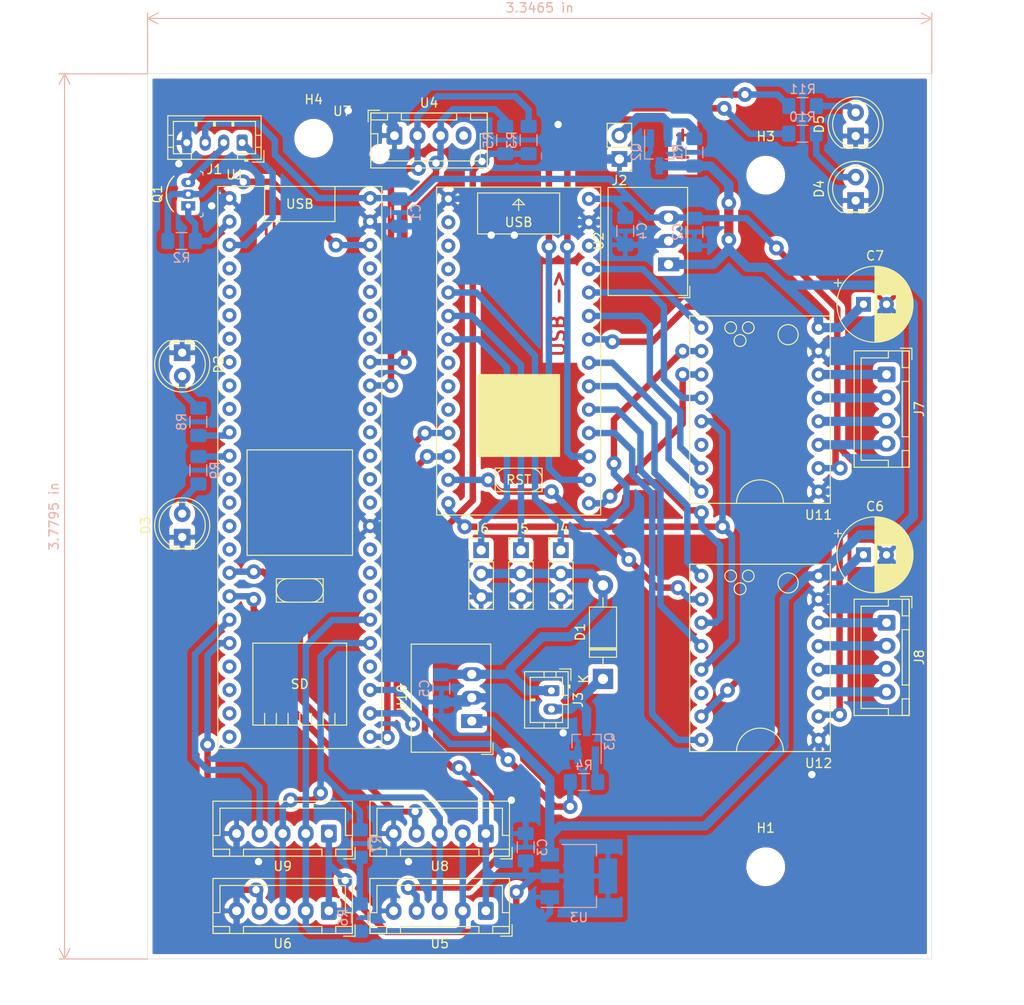
<source format=kicad_pcb>
(kicad_pcb (version 20171130) (host pcbnew 5.1.5-52549c5~84~ubuntu19.04.1)
  (layers (0 F.Cu signal) (31 B.Cu signal) (34 B.Paste user) (35 F.Paste user) (36 B.SilkS user) (37 F.SilkS user) (38 B.Mask user) (39 F.Mask user) (44 Edge.Cuts user))
  (net 0 "")
  (net 1 +5V)
  (net 2 GND)
  (net 3 +3V3)
  (net 4 +5VP)
  (net 5 +24V)
  (net 6 "Net-(D1-Pad1)")
  (net 7 /RX_LIDAR_5V)
  (net 8 /TX_LIDAR)
  (net 9 "Net-(J2-Pad2)")
  (net 10 /Servo1)
  (net 11 /Servo2)
  (net 12 /Servo3)
  (net 13 "Net-(J7-Pad4)")
  (net 14 "Net-(J7-Pad3)")
  (net 15 "Net-(J7-Pad2)")
  (net 16 "Net-(J7-Pad1)")
  (net 17 "Net-(J8-Pad4)")
  (net 18 "Net-(J8-Pad3)")
  (net 19 "Net-(J8-Pad2)")
  (net 20 "Net-(J8-Pad1)")
  (net 21 /RX_LIDAR_3V3)
  (net 22 /3.3V_T36)
  (net 23 "Net-(Q3-Pad1)")
  (net 24 /SDA0)
  (net 25 /PWM_LIDAR)
  (net 26 /SCL0)
  (net 27 /SDA1_strat)
  (net 28 /SCL1_strat)
  (net 29 "Net-(U1-Pad45)")
  (net 30 "Net-(U1-Pad44)")
  (net 31 "Net-(U1-Pad43)")
  (net 32 "Net-(U1-Pad42)")
  (net 33 "Net-(U1-Pad39)")
  (net 34 "Net-(U1-Pad38)")
  (net 35 "Net-(U1-Pad37)")
  (net 36 "Net-(U1-Pad36)")
  (net 37 "Net-(U1-Pad35)")
  (net 38 "Net-(U1-Pad33)")
  (net 39 "Net-(U1-Pad32)")
  (net 40 "Net-(U1-Pad31)")
  (net 41 "Net-(U1-Pad28)")
  (net 42 /RX_Strat)
  (net 43 /RX_MOVNT)
  (net 44 "Net-(U1-Pad24)")
  (net 45 "Net-(U1-Pad23)")
  (net 46 "Net-(U1-Pad22)")
  (net 47 "Net-(U1-Pad21)")
  (net 48 /XSHUTd)
  (net 49 /XSHUTc)
  (net 50 /XSHUTb)
  (net 51 /XSHUTa)
  (net 52 "Net-(U1-Pad16)")
  (net 53 "Net-(U1-Pad15)")
  (net 54 "Net-(U1-Pad14)")
  (net 55 "Net-(U1-Pad13)")
  (net 56 "Net-(U1-Pad10)")
  (net 57 "Net-(U1-Pad9)")
  (net 58 "Net-(U1-Pad8)")
  (net 59 "Net-(U1-Pad7)")
  (net 60 "Net-(U1-Pad6)")
  (net 61 "Net-(U1-Pad5)")
  (net 62 "Net-(U7-Pad26)")
  (net 63 /DIR_TMC2)
  (net 64 /STEP_TMC2)
  (net 65 /CS_TMC2)
  (net 66 /EN_TMC2)
  (net 67 /DIR_TMC1)
  (net 68 /STEP_TMC1)
  (net 69 /CS_TMC1)
  (net 70 /EN_TMC1)
  (net 71 /SCK_mvnt)
  (net 72 /MISO_mvnt)
  (net 73 /MOSI_mvnt)
  (net 74 "Net-(U7-Pad10)")
  (net 75 "Net-(U7-Pad9)")
  (net 76 "Net-(U7-Pad8)")
  (net 77 "Net-(U7-Pad4)")
  (net 78 "Net-(U7-Pad3)")
  (net 79 "Net-(U7-Pad2)")
  (net 80 "Net-(U11-Pad14)")
  (net 81 "Net-(U12-Pad14)")
  (net 82 "Net-(U1-Pad4)")
  (net 83 "Net-(D2-Pad2)")
  (net 84 "Net-(D3-Pad2)")
  (net 85 "Net-(D4-Pad2)")
  (net 86 "Net-(D5-Pad2)")
  (net 87 "Net-(R10-Pad2)")
  (net 88 "Net-(R11-Pad2)")
  (net 89 /LED_S1)
  (net 90 /LED_S2)
  (module CFR2020_A:TMC2130_breakout (layer F.Cu) (at 125.73 126.238 180)
    (fp_text reference U12 (at 0 -2.54) (layer F.SilkS))
    (fp_text value TMC2130)
    (pad 16 thru_hole circle (at 12.7 0 180) (size 1.524 1.524) (drill 0.762) (layers *.Cu *.Mask) (net 67 /DIR_TMC1))
    (pad 15 thru_hole circle (at 12.7 2.54 180) (size 1.524 1.524) (drill 0.762) (layers *.Cu *.Mask) (net 68 /STEP_TMC1))
    (pad 14 thru_hole circle (at 12.7 5.08 180) (size 1.524 1.524) (drill 0.762) (layers *.Cu *.Mask) (net 81 "Net-(U12-Pad14)"))
    (pad 13 thru_hole circle (at 12.7 7.62 180) (size 1.524 1.524) (drill 0.762) (layers *.Cu *.Mask) (net 72 /MISO_mvnt))
    (pad 12 thru_hole circle (at 12.7 10.16 180) (size 1.524 1.524) (drill 0.762) (layers *.Cu *.Mask) (net 69 /CS_TMC1))
    (pad 11 thru_hole circle (at 12.7 12.7 180) (size 1.524 1.524) (drill 0.762) (layers *.Cu *.Mask) (net 71 /SCK_mvnt))
    (pad 10 thru_hole circle (at 12.7 15.24 180) (size 1.524 1.524) (drill 0.762) (layers *.Cu *.Mask) (net 73 /MOSI_mvnt))
    (pad 9 thru_hole circle (at 12.7 17.78 180) (size 1.524 1.524) (drill 0.762) (layers *.Cu *.Mask) (net 70 /EN_TMC1))
    (pad 8 thru_hole circle (at 0 17.78 180) (size 1.524 1.524) (drill 0.762) (layers *.Cu *.Mask) (net 5 +24V))
    (pad 7 thru_hole circle (at 0 15.24 180) (size 1.524 1.524) (drill 0.762) (layers *.Cu *.Mask) (net 2 GND))
    (pad 6 thru_hole circle (at 0 12.7 180) (size 1.524 1.524) (drill 0.762) (layers *.Cu *.Mask) (net 20 "Net-(J8-Pad1)"))
    (pad 5 thru_hole circle (at 0 10.16 180) (size 1.524 1.524) (drill 0.762) (layers *.Cu *.Mask) (net 19 "Net-(J8-Pad2)"))
    (pad 4 thru_hole circle (at 0 7.62 180) (size 1.524 1.524) (drill 0.762) (layers *.Cu *.Mask) (net 18 "Net-(J8-Pad3)"))
    (pad 3 thru_hole circle (at 0 5.08 180) (size 1.524 1.524) (drill 0.762) (layers *.Cu *.Mask) (net 17 "Net-(J8-Pad4)"))
    (pad 2 thru_hole circle (at 0 2.54 180) (size 1.524 1.524) (drill 0.762) (layers *.Cu *.Mask) (net 1 +5V))
    (pad 1 thru_hole circle (at 0 0 180) (size 1.524 1.524) (drill 0.762) (layers *.Cu *.Mask) (net 2 GND))
  )
  (module Resistor_SMD:R_1206_3216Metric_Pad1.42x1.75mm_HandSolder (layer B.Cu) (at 124 57.5 180)
    (fp_text reference R11 (at 0 1.82) (layer B.SilkS) (effects (justify mirror)))
    (fp_text value R)
    (pad 2 smd roundrect (at 1.4875 0 180) (size 1.425 1.75) (layers B.Cu B.Paste B.Mask) (roundrect_rratio 0.175439) (net 88 "Net-(R11-Pad2)"))
    (pad 1 smd roundrect (at -1.4875 0 180) (size 1.425 1.75) (layers B.Cu B.Paste B.Mask) (roundrect_rratio 0.175439) (net 86 "Net-(D5-Pad2)"))
  )
  (module Resistor_SMD:R_1206_3216Metric_Pad1.42x1.75mm_HandSolder (layer B.Cu) (at 123.9875 60.5 180)
    (fp_text reference R10 (at 0 1.82) (layer B.SilkS) (effects (justify mirror)))
    (fp_text value R)
    (pad 2 smd roundrect (at 1.4875 0 180) (size 1.425 1.75) (layers B.Cu B.Paste B.Mask) (roundrect_rratio 0.175439) (net 87 "Net-(R10-Pad2)"))
    (pad 1 smd roundrect (at -1.4875 0 180) (size 1.425 1.75) (layers B.Cu B.Paste B.Mask) (roundrect_rratio 0.175439) (net 85 "Net-(D4-Pad2)"))
  )
  (module Resistor_SMD:R_1206_3216Metric_Pad1.42x1.75mm_HandSolder (layer B.Cu) (at 58.5 97 90)
    (fp_text reference R9 (at 0 1.82 90) (layer B.SilkS) (effects (justify mirror)))
    (fp_text value R)
    (pad 2 smd roundrect (at 1.4875 0 90) (size 1.425 1.75) (layers B.Cu B.Paste B.Mask) (roundrect_rratio 0.175439) (net 90 /LED_S2))
    (pad 1 smd roundrect (at -1.4875 0 90) (size 1.425 1.75) (layers B.Cu B.Paste B.Mask) (roundrect_rratio 0.175439) (net 84 "Net-(D3-Pad2)"))
  )
  (module Resistor_SMD:R_1206_3216Metric_Pad1.42x1.75mm_HandSolder (layer B.Cu) (at 58.5 91.75 270)
    (fp_text reference R8 (at 0 1.82 90) (layer B.SilkS) (effects (justify mirror)))
    (fp_text value R)
    (pad 2 smd roundrect (at 1.4875 0 270) (size 1.425 1.75) (layers B.Cu B.Paste B.Mask) (roundrect_rratio 0.175439) (net 89 /LED_S1))
    (pad 1 smd roundrect (at -1.4875 0 270) (size 1.425 1.75) (layers B.Cu B.Paste B.Mask) (roundrect_rratio 0.175439) (net 83 "Net-(D2-Pad2)"))
  )
  (module LED_THT:LED_D5.0mm (layer F.Cu) (at 129.75 60.75 90)
    (fp_text reference D5 (at 1.27 -3.96 90) (layer F.SilkS))
    (fp_text value LED)
    (pad 2 thru_hole circle (at 2.54 0 90) (size 1.8 1.8) (drill 0.9) (layers *.Cu *.Mask) (net 86 "Net-(D5-Pad2)"))
    (pad 1 thru_hole rect (at 0 0 90) (size 1.8 1.8) (drill 0.9) (layers *.Cu *.Mask) (net 2 GND))
  )
  (module LED_THT:LED_D5.0mm (layer F.Cu) (at 129.75 67.75 90)
    (fp_text reference D4 (at 1.27 -3.96 90) (layer F.SilkS))
    (fp_text value LED)
    (pad 2 thru_hole circle (at 2.54 0 90) (size 1.8 1.8) (drill 0.9) (layers *.Cu *.Mask) (net 85 "Net-(D4-Pad2)"))
    (pad 1 thru_hole rect (at 0 0 90) (size 1.8 1.8) (drill 0.9) (layers *.Cu *.Mask) (net 2 GND))
  )
  (module LED_THT:LED_D5.0mm (layer F.Cu) (at 56.75 104.25 90)
    (fp_text reference D3 (at 1.27 -3.96 90) (layer F.SilkS))
    (fp_text value LED)
    (pad 2 thru_hole circle (at 2.54 0 90) (size 1.8 1.8) (drill 0.9) (layers *.Cu *.Mask) (net 84 "Net-(D3-Pad2)"))
    (pad 1 thru_hole rect (at 0 0 90) (size 1.8 1.8) (drill 0.9) (layers *.Cu *.Mask) (net 2 GND))
  )
  (module LED_THT:LED_D5.0mm (layer F.Cu) (at 56.75 84.25 270)
    (fp_text reference D2 (at 1.27 -3.96 90) (layer F.SilkS))
    (fp_text value LED)
    (pad 2 thru_hole circle (at 2.54 0 270) (size 1.8 1.8) (drill 0.9) (layers *.Cu *.Mask) (net 83 "Net-(D2-Pad2)"))
    (pad 1 thru_hole rect (at 0 0 270) (size 1.8 1.8) (drill 0.9) (layers *.Cu *.Mask) (net 2 GND))
  )
  (module Converter_DCDC:Converter_DCDC_RECOM_R-78E-0.5_THT (layer F.Cu) (at 109.474 74.676 90)
    (fp_text reference U2 (at 2.54 -7.56 90) (layer F.SilkS))
    (fp_text value R-78C5.0-1.0)
    (pad 3 thru_hole oval (at 5.08 0 90) (size 1.5 2.3) (drill 1) (layers *.Cu *.Mask) (net 1 +5V))
    (pad 2 thru_hole oval (at 2.54 0 90) (size 1.5 2.3) (drill 1) (layers *.Cu *.Mask) (net 2 GND))
    (pad 1 thru_hole rect (at 0 0 90) (size 1.5 2.3) (drill 1) (layers *.Cu *.Mask) (net 5 +24V))
  )
  (module Resistor_SMD:R_1206_3216Metric_Pad1.42x1.75mm_HandSolder (layer B.Cu) (at 94.2975 61.187 270)
    (fp_text reference R3 (at 0 1.82 90) (layer B.SilkS) (effects (justify mirror)))
    (fp_text value R)
    (pad 2 smd roundrect (at 1.4875 0 270) (size 1.425 1.75) (layers B.Cu B.Paste B.Mask) (roundrect_rratio 0.175439) (net 3 +3V3))
    (pad 1 smd roundrect (at -1.4875 0 270) (size 1.425 1.75) (layers B.Cu B.Paste B.Mask) (roundrect_rratio 0.175439) (net 24 /SDA0))
  )
  (module Resistor_SMD:R_1206_3216Metric_Pad1.42x1.75mm_HandSolder (layer B.Cu) (at 91.7575 61.187 270)
    (fp_text reference R5 (at 0 1.82 90) (layer B.SilkS) (effects (justify mirror)))
    (fp_text value R)
    (pad 2 smd roundrect (at 1.4875 0 270) (size 1.425 1.75) (layers B.Cu B.Paste B.Mask) (roundrect_rratio 0.175439) (net 3 +3V3))
    (pad 1 smd roundrect (at -1.4875 0 270) (size 1.425 1.75) (layers B.Cu B.Paste B.Mask) (roundrect_rratio 0.175439) (net 26 /SCL0))
  )
  (module MountingHole:MountingHole_3.2mm_M3 (layer F.Cu) (at 71 61)
    (fp_text reference H4 (at 0 -4.2) (layer F.SilkS))
    (fp_text value MountingHole)
    (pad 1 np_thru_hole circle (at 0 0) (size 3.2 3.2) (drill 3.2) (layers *.Cu *.Mask))
  )
  (module MountingHole:MountingHole_3.2mm_M3 (layer F.Cu) (at 120 65)
    (fp_text reference H3 (at 0 -4.2) (layer F.SilkS))
    (fp_text value MountingHole)
    (pad 1 np_thru_hole circle (at 0 0) (size 3.2 3.2) (drill 3.2) (layers *.Cu *.Mask))
  )
  (module MountingHole:MountingHole_3.2mm_M3 (layer F.Cu) (at 120 140)
    (fp_text reference H1 (at 0 -4.2) (layer F.SilkS))
    (fp_text value MountingHole)
    (pad 1 np_thru_hole circle (at 0 0) (size 3.2 3.2) (drill 3.2) (layers *.Cu *.Mask))
  )
  (module CFR2020_A:Teensy3.6_RTS (layer F.Cu) (at 61.8744 67.4878)
    (fp_text reference U1 (at 0.635 -2.54) (layer F.SilkS))
    (fp_text value TEENSY3.6)
    (fp_text user SD (at 7.62 52.705) (layer F.SilkS))
    (fp_text user USB (at 7.62 0.635) (layer F.SilkS))
    (pad 48 thru_hole circle (at 15.24 0) (size 1.524 1.524) (drill 0.762) (layers *.Cu *.Mask) (net 1 +5V))
    (pad 47 thru_hole circle (at 15.24 2.54) (size 1.524 1.524) (drill 0.762) (layers *.Cu *.Mask) (net 2 GND))
    (pad 46 thru_hole circle (at 15.24 5.08) (size 1.524 1.524) (drill 0.762) (layers *.Cu *.Mask) (net 22 /3.3V_T36))
    (pad 45 thru_hole circle (at 15.24 7.62) (size 1.524 1.524) (drill 0.762) (layers *.Cu *.Mask) (net 29 "Net-(U1-Pad45)"))
    (pad 44 thru_hole circle (at 15.24 10.16) (size 1.524 1.524) (drill 0.762) (layers *.Cu *.Mask) (net 30 "Net-(U1-Pad44)"))
    (pad 43 thru_hole circle (at 15.24 12.7) (size 1.524 1.524) (drill 0.762) (layers *.Cu *.Mask) (net 31 "Net-(U1-Pad43)"))
    (pad 42 thru_hole circle (at 15.24 15.24) (size 1.524 1.524) (drill 0.762) (layers *.Cu *.Mask) (net 32 "Net-(U1-Pad42)"))
    (pad 41 thru_hole circle (at 15.24 17.78) (size 1.524 1.524) (drill 0.762) (layers *.Cu *.Mask) (net 26 /SCL0))
    (pad 40 thru_hole circle (at 15.24 20.32) (size 1.524 1.524) (drill 0.762) (layers *.Cu *.Mask) (net 24 /SDA0))
    (pad 39 thru_hole circle (at 15.24 22.86) (size 1.524 1.524) (drill 0.762) (layers *.Cu *.Mask) (net 33 "Net-(U1-Pad39)"))
    (pad 38 thru_hole circle (at 15.24 25.4) (size 1.524 1.524) (drill 0.762) (layers *.Cu *.Mask) (net 34 "Net-(U1-Pad38)"))
    (pad 37 thru_hole circle (at 15.24 27.94) (size 1.524 1.524) (drill 0.762) (layers *.Cu *.Mask) (net 35 "Net-(U1-Pad37)"))
    (pad 36 thru_hole circle (at 15.24 30.48) (size 1.524 1.524) (drill 0.762) (layers *.Cu *.Mask) (net 36 "Net-(U1-Pad36)"))
    (pad 35 thru_hole circle (at 15.24 33.02) (size 1.524 1.524) (drill 0.762) (layers *.Cu *.Mask) (net 37 "Net-(U1-Pad35)"))
    (pad 34 thru_hole circle (at 15.24 35.56) (size 1.524 1.524) (drill 0.762) (layers *.Cu *.Mask) (net 2 GND))
    (pad 33 thru_hole circle (at 15.24 38.1) (size 1.524 1.524) (drill 0.762) (layers *.Cu *.Mask) (net 38 "Net-(U1-Pad33)"))
    (pad 32 thru_hole circle (at 15.24 40.64) (size 1.524 1.524) (drill 0.762) (layers *.Cu *.Mask) (net 39 "Net-(U1-Pad32)"))
    (pad 31 thru_hole circle (at 15.24 43.18) (size 1.524 1.524) (drill 0.762) (layers *.Cu *.Mask) (net 40 "Net-(U1-Pad31)"))
    (pad 30 thru_hole circle (at 15.24 45.72) (size 1.524 1.524) (drill 0.762) (layers *.Cu *.Mask) (net 27 /SDA1_strat))
    (pad 29 thru_hole circle (at 15.24 48.26) (size 1.524 1.524) (drill 0.762) (layers *.Cu *.Mask) (net 28 /SCL1_strat))
    (pad 28 thru_hole circle (at 15.24 50.8) (size 1.524 1.524) (drill 0.762) (layers *.Cu *.Mask) (net 41 "Net-(U1-Pad28)"))
    (pad 27 thru_hole circle (at 15.24 53.34) (size 1.524 1.524) (drill 0.762) (layers *.Cu *.Mask) (net 25 /PWM_LIDAR))
    (pad 26 thru_hole circle (at 15.24 55.88) (size 1.524 1.524) (drill 0.762) (layers *.Cu *.Mask) (net 42 /RX_Strat))
    (pad 25 thru_hole circle (at 15.24 58.42) (size 1.524 1.524) (drill 0.762) (layers *.Cu *.Mask) (net 43 /RX_MOVNT))
    (pad 24 thru_hole circle (at 0 58.42) (size 1.524 1.524) (drill 0.762) (layers *.Cu *.Mask) (net 44 "Net-(U1-Pad24)"))
    (pad 23 thru_hole circle (at 0 55.88) (size 1.524 1.524) (drill 0.762) (layers *.Cu *.Mask) (net 45 "Net-(U1-Pad23)"))
    (pad 22 thru_hole circle (at 0 53.34) (size 1.524 1.524) (drill 0.762) (layers *.Cu *.Mask) (net 46 "Net-(U1-Pad22)"))
    (pad 21 thru_hole circle (at 0 50.8) (size 1.524 1.524) (drill 0.762) (layers *.Cu *.Mask) (net 47 "Net-(U1-Pad21)"))
    (pad 20 thru_hole circle (at 0 48.26) (size 1.524 1.524) (drill 0.762) (layers *.Cu *.Mask) (net 48 /XSHUTd))
    (pad 19 thru_hole circle (at 0 45.72) (size 1.524 1.524) (drill 0.762) (layers *.Cu *.Mask) (net 49 /XSHUTc))
    (pad 18 thru_hole circle (at 0 43.18) (size 1.524 1.524) (drill 0.762) (layers *.Cu *.Mask) (net 50 /XSHUTb))
    (pad 17 thru_hole circle (at 0 40.64) (size 1.524 1.524) (drill 0.762) (layers *.Cu *.Mask) (net 51 /XSHUTa))
    (pad 16 thru_hole circle (at 0 38.1) (size 1.524 1.524) (drill 0.762) (layers *.Cu *.Mask) (net 52 "Net-(U1-Pad16)"))
    (pad 15 thru_hole circle (at 0 35.56) (size 1.524 1.524) (drill 0.762) (layers *.Cu *.Mask) (net 53 "Net-(U1-Pad15)"))
    (pad 14 thru_hole circle (at 0 33.02) (size 1.524 1.524) (drill 0.762) (layers *.Cu *.Mask) (net 54 "Net-(U1-Pad14)"))
    (pad 13 thru_hole circle (at 0 30.48) (size 1.524 1.524) (drill 0.762) (layers *.Cu *.Mask) (net 55 "Net-(U1-Pad13)"))
    (pad 12 thru_hole circle (at 0 27.94) (size 1.524 1.524) (drill 0.762) (layers *.Cu *.Mask) (net 90 /LED_S2))
    (pad 11 thru_hole circle (at 0 25.4) (size 1.524 1.524) (drill 0.762) (layers *.Cu *.Mask) (net 89 /LED_S1))
    (pad 10 thru_hole circle (at 0 22.86) (size 1.524 1.524) (drill 0.762) (layers *.Cu *.Mask) (net 56 "Net-(U1-Pad10)"))
    (pad 9 thru_hole circle (at 0 20.32) (size 1.524 1.524) (drill 0.762) (layers *.Cu *.Mask) (net 57 "Net-(U1-Pad9)"))
    (pad 8 thru_hole circle (at 0 17.78) (size 1.524 1.524) (drill 0.762) (layers *.Cu *.Mask) (net 58 "Net-(U1-Pad8)"))
    (pad 7 thru_hole circle (at 0 15.24) (size 1.524 1.524) (drill 0.762) (layers *.Cu *.Mask) (net 59 "Net-(U1-Pad7)"))
    (pad 6 thru_hole circle (at 0 12.7) (size 1.524 1.524) (drill 0.762) (layers *.Cu *.Mask) (net 60 "Net-(U1-Pad6)"))
    (pad 5 thru_hole circle (at 0 10.16) (size 1.524 1.524) (drill 0.762) (layers *.Cu *.Mask) (net 61 "Net-(U1-Pad5)"))
    (pad 4 thru_hole circle (at 0 7.62) (size 1.524 1.524) (drill 0.762) (layers *.Cu *.Mask) (net 82 "Net-(U1-Pad4)"))
    (pad 3 thru_hole circle (at 0 5.08) (size 1.524 1.524) (drill 0.762) (layers *.Cu *.Mask) (net 8 /TX_LIDAR))
    (pad 2 thru_hole circle (at 0 2.54) (size 1.524 1.524) (drill 0.762) (layers *.Cu *.Mask) (net 21 /RX_LIDAR_3V3))
    (pad 1 thru_hole circle (at 0 0) (size 1.524 1.524) (drill 0.762) (layers *.Cu *.Mask) (net 2 GND))
  )
  (module RTS:TEENSY3.2_RTS (layer F.Cu) (at 85.598 67.564)
    (fp_text reference U7 (at -11.5 -9.5) (layer F.SilkS))
    (fp_text value TEENSY3.2)
    (fp_text user RST (at 7.62 30.48) (layer F.SilkS))
    (fp_text user USB (at 7.62 2.54) (layer F.SilkS))
    (pad 28 thru_hole circle (at 15.24 0) (size 1.524 1.524) (drill 0.762) (layers *.Cu *.Mask) (net 1 +5V))
    (pad 27 thru_hole circle (at 15.24 2.54) (size 1.524 1.524) (drill 0.762) (layers *.Cu *.Mask) (net 2 GND))
    (pad 26 thru_hole circle (at 15.24 5.08) (size 1.524 1.524) (drill 0.762) (layers *.Cu *.Mask) (net 62 "Net-(U7-Pad26)"))
    (pad 25 thru_hole circle (at 15.24 7.62) (size 1.524 1.524) (drill 0.762) (layers *.Cu *.Mask) (net 66 /EN_TMC2))
    (pad 24 thru_hole circle (at 15.24 10.16) (size 1.524 1.524) (drill 0.762) (layers *.Cu *.Mask) (net 65 /CS_TMC2))
    (pad 23 thru_hole circle (at 15.24 12.7) (size 1.524 1.524) (drill 0.762) (layers *.Cu *.Mask) (net 64 /STEP_TMC2))
    (pad 22 thru_hole circle (at 15.24 15.24) (size 1.524 1.524) (drill 0.762) (layers *.Cu *.Mask) (net 68 /STEP_TMC1))
    (pad 21 thru_hole circle (at 15.24 17.78) (size 1.524 1.524) (drill 0.762) (layers *.Cu *.Mask) (net 63 /DIR_TMC2))
    (pad 20 thru_hole circle (at 15.24 20.32) (size 1.524 1.524) (drill 0.762) (layers *.Cu *.Mask) (net 70 /EN_TMC1))
    (pad 19 thru_hole circle (at 15.24 22.86) (size 1.524 1.524) (drill 0.762) (layers *.Cu *.Mask) (net 69 /CS_TMC1))
    (pad 18 thru_hole circle (at 15.24 25.4) (size 1.524 1.524) (drill 0.762) (layers *.Cu *.Mask) (net 67 /DIR_TMC1))
    (pad 17 thru_hole circle (at 15.24 27.94) (size 1.524 1.524) (drill 0.762) (layers *.Cu *.Mask) (net 87 "Net-(R10-Pad2)"))
    (pad 16 thru_hole circle (at 15.24 30.48) (size 1.524 1.524) (drill 0.762) (layers *.Cu *.Mask) (net 88 "Net-(R11-Pad2)"))
    (pad 15 thru_hole circle (at 15.24 33.02) (size 1.524 1.524) (drill 0.762) (layers *.Cu *.Mask) (net 71 /SCK_mvnt))
    (pad 14 thru_hole circle (at 0 33.02) (size 1.524 1.524) (drill 0.762) (layers *.Cu *.Mask) (net 72 /MISO_mvnt))
    (pad 13 thru_hole circle (at 0 30.48) (size 1.524 1.524) (drill 0.762) (layers *.Cu *.Mask) (net 73 /MOSI_mvnt))
    (pad 12 thru_hole circle (at 0 27.94) (size 1.524 1.524) (drill 0.762) (layers *.Cu *.Mask) (net 42 /RX_Strat))
    (pad 11 thru_hole circle (at 0 25.4) (size 1.524 1.524) (drill 0.762) (layers *.Cu *.Mask) (net 43 /RX_MOVNT))
    (pad 10 thru_hole circle (at 0 22.86) (size 1.524 1.524) (drill 0.762) (layers *.Cu *.Mask) (net 74 "Net-(U7-Pad10)"))
    (pad 9 thru_hole circle (at 0 20.32) (size 1.524 1.524) (drill 0.762) (layers *.Cu *.Mask) (net 75 "Net-(U7-Pad9)"))
    (pad 8 thru_hole circle (at 0 17.78) (size 1.524 1.524) (drill 0.762) (layers *.Cu *.Mask) (net 76 "Net-(U7-Pad8)"))
    (pad 7 thru_hole circle (at 0 15.24) (size 1.524 1.524) (drill 0.762) (layers *.Cu *.Mask) (net 12 /Servo3))
    (pad 6 thru_hole circle (at 0 12.7) (size 1.524 1.524) (drill 0.762) (layers *.Cu *.Mask) (net 11 /Servo2))
    (pad 5 thru_hole circle (at 0 10.16) (size 1.524 1.524) (drill 0.762) (layers *.Cu *.Mask) (net 10 /Servo1))
    (pad 4 thru_hole circle (at 0 7.62) (size 1.524 1.524) (drill 0.762) (layers *.Cu *.Mask) (net 77 "Net-(U7-Pad4)"))
    (pad 3 thru_hole circle (at 0 5.08) (size 1.524 1.524) (drill 0.762) (layers *.Cu *.Mask) (net 78 "Net-(U7-Pad3)"))
    (pad 2 thru_hole circle (at 0 2.54) (size 1.524 1.524) (drill 0.762) (layers *.Cu *.Mask) (net 79 "Net-(U7-Pad2)"))
    (pad 1 thru_hole circle (at 0 0) (size 1.524 1.524) (drill 0.762) (layers *.Cu *.Mask) (net 2 GND))
  )
  (module CFR2020_A:SOT-23_DGS_Handsoldering (layer B.Cu) (at 100.584 126.4045 90)
    (fp_text reference Q3 (at 0 2.5 90) (layer B.SilkS) (effects (justify mirror)))
    (fp_text value PMBT2222A_215)
    (pad 3 smd rect (at 1.5 0 90) (size 1.9 0.8) (layers B.Cu B.Paste B.Mask) (net 6 "Net-(D1-Pad1)"))
    (pad 2 smd rect (at -1.5 -0.95 90) (size 1.9 0.8) (layers B.Cu B.Paste B.Mask) (net 2 GND))
    (pad 1 smd rect (at -1.5 0.95 90) (size 1.9 0.8) (layers B.Cu B.Paste B.Mask) (net 23 "Net-(Q3-Pad1)"))
  )
  (module CFR2020_A:TMC2130_breakout (layer F.Cu) (at 125.73 99.314 180)
    (fp_text reference U11 (at 0 -2.54) (layer F.SilkS))
    (fp_text value TMC2130)
    (pad 16 thru_hole circle (at 12.7 0 180) (size 1.524 1.524) (drill 0.762) (layers *.Cu *.Mask) (net 63 /DIR_TMC2))
    (pad 15 thru_hole circle (at 12.7 2.54 180) (size 1.524 1.524) (drill 0.762) (layers *.Cu *.Mask) (net 64 /STEP_TMC2))
    (pad 14 thru_hole circle (at 12.7 5.08 180) (size 1.524 1.524) (drill 0.762) (layers *.Cu *.Mask) (net 80 "Net-(U11-Pad14)"))
    (pad 13 thru_hole circle (at 12.7 7.62 180) (size 1.524 1.524) (drill 0.762) (layers *.Cu *.Mask) (net 72 /MISO_mvnt))
    (pad 12 thru_hole circle (at 12.7 10.16 180) (size 1.524 1.524) (drill 0.762) (layers *.Cu *.Mask) (net 65 /CS_TMC2))
    (pad 11 thru_hole circle (at 12.7 12.7 180) (size 1.524 1.524) (drill 0.762) (layers *.Cu *.Mask) (net 71 /SCK_mvnt))
    (pad 10 thru_hole circle (at 12.7 15.24 180) (size 1.524 1.524) (drill 0.762) (layers *.Cu *.Mask) (net 73 /MOSI_mvnt))
    (pad 9 thru_hole circle (at 12.7 17.78 180) (size 1.524 1.524) (drill 0.762) (layers *.Cu *.Mask) (net 66 /EN_TMC2))
    (pad 8 thru_hole circle (at 0 17.78 180) (size 1.524 1.524) (drill 0.762) (layers *.Cu *.Mask) (net 5 +24V))
    (pad 7 thru_hole circle (at 0 15.24 180) (size 1.524 1.524) (drill 0.762) (layers *.Cu *.Mask) (net 2 GND))
    (pad 6 thru_hole circle (at 0 12.7 180) (size 1.524 1.524) (drill 0.762) (layers *.Cu *.Mask) (net 16 "Net-(J7-Pad1)"))
    (pad 5 thru_hole circle (at 0 10.16 180) (size 1.524 1.524) (drill 0.762) (layers *.Cu *.Mask) (net 15 "Net-(J7-Pad2)"))
    (pad 4 thru_hole circle (at 0 7.62 180) (size 1.524 1.524) (drill 0.762) (layers *.Cu *.Mask) (net 14 "Net-(J7-Pad3)"))
    (pad 3 thru_hole circle (at 0 5.08 180) (size 1.524 1.524) (drill 0.762) (layers *.Cu *.Mask) (net 13 "Net-(J7-Pad4)"))
    (pad 2 thru_hole circle (at 0 2.54 180) (size 1.524 1.524) (drill 0.762) (layers *.Cu *.Mask) (net 1 +5V))
    (pad 1 thru_hole circle (at 0 0 180) (size 1.524 1.524) (drill 0.762) (layers *.Cu *.Mask) (net 2 GND))
  )
  (module Converter_DCDC:Converter_DCDC_RECOM_R-78E-0.5_THT (layer F.Cu) (at 88.138 124.206 90)
    (fp_text reference U10 (at 2.54 -7.56 90) (layer F.SilkS))
    (fp_text value R-78C5.0-1.0)
    (pad 3 thru_hole oval (at 5.08 0 90) (size 1.5 2.3) (drill 1) (layers *.Cu *.Mask) (net 4 +5VP))
    (pad 2 thru_hole oval (at 2.54 0 90) (size 1.5 2.3) (drill 1) (layers *.Cu *.Mask) (net 2 GND))
    (pad 1 thru_hole rect (at 0 0 90) (size 1.5 2.3) (drill 1) (layers *.Cu *.Mask) (net 5 +24V))
  )
  (module Connector_JST:JST_XH_B5B-XH-A_1x05_P2.50mm_Vertical (layer F.Cu) (at 72.644 136.398 180)
    (fp_text reference U9 (at 5 -3.55) (layer F.SilkS))
    (fp_text value VL52L0X_simple)
    (pad 5 thru_hole oval (at 10 0 180) (size 1.7 1.95) (drill 0.95) (layers *.Cu *.Mask) (net 2 GND))
    (pad 4 thru_hole oval (at 7.5 0 180) (size 1.7 1.95) (drill 0.95) (layers *.Cu *.Mask) (net 49 /XSHUTc))
    (pad 3 thru_hole oval (at 5 0 180) (size 1.7 1.95) (drill 0.95) (layers *.Cu *.Mask) (net 28 /SCL1_strat))
    (pad 2 thru_hole oval (at 2.5 0 180) (size 1.7 1.95) (drill 0.95) (layers *.Cu *.Mask) (net 27 /SDA1_strat))
    (pad 1 thru_hole roundrect (at 0 0 180) (size 1.7 1.95) (drill 0.95) (layers *.Cu *.Mask) (roundrect_rratio 0.147059) (net 3 +3V3))
  )
  (module Connector_JST:JST_XH_B5B-XH-A_1x05_P2.50mm_Vertical (layer F.Cu) (at 89.662 136.398 180)
    (fp_text reference U8 (at 5 -3.55) (layer F.SilkS))
    (fp_text value VL52L0X_simple)
    (pad 5 thru_hole oval (at 10 0 180) (size 1.7 1.95) (drill 0.95) (layers *.Cu *.Mask) (net 2 GND))
    (pad 4 thru_hole oval (at 7.5 0 180) (size 1.7 1.95) (drill 0.95) (layers *.Cu *.Mask) (net 50 /XSHUTb))
    (pad 3 thru_hole oval (at 5 0 180) (size 1.7 1.95) (drill 0.95) (layers *.Cu *.Mask) (net 28 /SCL1_strat))
    (pad 2 thru_hole oval (at 2.5 0 180) (size 1.7 1.95) (drill 0.95) (layers *.Cu *.Mask) (net 27 /SDA1_strat))
    (pad 1 thru_hole roundrect (at 0 0 180) (size 1.7 1.95) (drill 0.95) (layers *.Cu *.Mask) (roundrect_rratio 0.147059) (net 3 +3V3))
  )
  (module Connector_JST:JST_XH_B5B-XH-A_1x05_P2.50mm_Vertical (layer F.Cu) (at 72.644 144.78 180)
    (fp_text reference U6 (at 5 -3.55) (layer F.SilkS))
    (fp_text value VL52L0X_simple)
    (pad 5 thru_hole oval (at 10 0 180) (size 1.7 1.95) (drill 0.95) (layers *.Cu *.Mask) (net 2 GND))
    (pad 4 thru_hole oval (at 7.5 0 180) (size 1.7 1.95) (drill 0.95) (layers *.Cu *.Mask) (net 48 /XSHUTd))
    (pad 3 thru_hole oval (at 5 0 180) (size 1.7 1.95) (drill 0.95) (layers *.Cu *.Mask) (net 28 /SCL1_strat))
    (pad 2 thru_hole oval (at 2.5 0 180) (size 1.7 1.95) (drill 0.95) (layers *.Cu *.Mask) (net 27 /SDA1_strat))
    (pad 1 thru_hole roundrect (at 0 0 180) (size 1.7 1.95) (drill 0.95) (layers *.Cu *.Mask) (roundrect_rratio 0.147059) (net 3 +3V3))
  )
  (module Connector_JST:JST_XH_B5B-XH-A_1x05_P2.50mm_Vertical (layer F.Cu) (at 89.662 144.78 180)
    (fp_text reference U5 (at 5 -3.55) (layer F.SilkS))
    (fp_text value VL52L0X_simple)
    (pad 5 thru_hole oval (at 10 0 180) (size 1.7 1.95) (drill 0.95) (layers *.Cu *.Mask) (net 2 GND))
    (pad 4 thru_hole oval (at 7.5 0 180) (size 1.7 1.95) (drill 0.95) (layers *.Cu *.Mask) (net 51 /XSHUTa))
    (pad 3 thru_hole oval (at 5 0 180) (size 1.7 1.95) (drill 0.95) (layers *.Cu *.Mask) (net 28 /SCL1_strat))
    (pad 2 thru_hole oval (at 2.5 0 180) (size 1.7 1.95) (drill 0.95) (layers *.Cu *.Mask) (net 27 /SDA1_strat))
    (pad 1 thru_hole roundrect (at 0 0 180) (size 1.7 1.95) (drill 0.95) (layers *.Cu *.Mask) (roundrect_rratio 0.147059) (net 3 +3V3))
  )
  (module Connector_JST:JST_XH_B4B-XH-AM_1x04_P2.50mm_Vertical (layer F.Cu) (at 79.756 60.706)
    (fp_text reference U4 (at 3.75 -3.55) (layer F.SilkS))
    (fp_text value I2C_Conn)
    (pad "" np_thru_hole circle (at -1.6 2) (size 1.2 1.2) (drill 1.2) (layers *.Cu *.Mask))
    (pad 4 thru_hole oval (at 7.5 0) (size 1.7 1.95) (drill 0.95) (layers *.Cu *.Mask))
    (pad 3 thru_hole oval (at 5 0) (size 1.7 1.95) (drill 0.95) (layers *.Cu *.Mask) (net 26 /SCL0))
    (pad 2 thru_hole oval (at 2.5 0) (size 1.7 1.95) (drill 0.95) (layers *.Cu *.Mask) (net 24 /SDA0))
    (pad 1 thru_hole roundrect (at 0 0) (size 1.7 1.95) (drill 0.95) (layers *.Cu *.Mask) (roundrect_rratio 0.147059) (net 2 GND))
  )
  (module Package_TO_SOT_SMD:SOT-223-3_TabPin2 (layer B.Cu) (at 99.75 141)
    (fp_text reference U3 (at 0 4.5) (layer B.SilkS) (effects (justify mirror)))
    (fp_text value AMS1117-3.3)
    (pad 1 smd rect (at -3.15 2.3) (size 2 1.5) (layers B.Cu B.Paste B.Mask) (net 2 GND))
    (pad 3 smd rect (at -3.15 -2.3) (size 2 1.5) (layers B.Cu B.Paste B.Mask) (net 5 +24V))
    (pad 2 smd rect (at -3.15 0) (size 2 1.5) (layers B.Cu B.Paste B.Mask) (net 3 +3V3))
    (pad 2 smd rect (at 3.15 0) (size 2 3.8) (layers B.Cu B.Paste B.Mask) (net 3 +3V3))
  )
  (module Resistor_SMD:R_1206_3216Metric_Pad1.42x1.75mm_HandSolder (layer B.Cu) (at 76 137.4875 90)
    (fp_text reference R7 (at 0 1.82 90) (layer B.SilkS) (effects (justify mirror)))
    (fp_text value R)
    (pad 2 smd roundrect (at 1.4875 0 90) (size 1.425 1.75) (layers B.Cu B.Paste B.Mask) (roundrect_rratio 0.175439) (net 28 /SCL1_strat))
    (pad 1 smd roundrect (at -1.4875 0 90) (size 1.425 1.75) (layers B.Cu B.Paste B.Mask) (roundrect_rratio 0.175439) (net 3 +3V3))
  )
  (module Resistor_SMD:R_1206_3216Metric_Pad1.42x1.75mm_HandSolder (layer B.Cu) (at 76 145.5125 270)
    (fp_text reference R6 (at 0 1.82 90) (layer B.SilkS) (effects (justify mirror)))
    (fp_text value R)
    (pad 2 smd roundrect (at 1.4875 0 270) (size 1.425 1.75) (layers B.Cu B.Paste B.Mask) (roundrect_rratio 0.175439) (net 27 /SDA1_strat))
    (pad 1 smd roundrect (at -1.4875 0 270) (size 1.425 1.75) (layers B.Cu B.Paste B.Mask) (roundrect_rratio 0.175439) (net 3 +3V3))
  )
  (module Resistor_SMD:R_1206_3216Metric_Pad1.42x1.75mm_HandSolder (layer B.Cu) (at 100.303 130.81 180)
    (fp_text reference R4 (at 0 1.82 180) (layer B.SilkS) (effects (justify mirror)))
    (fp_text value R)
    (pad 2 smd roundrect (at 1.4875 0 180) (size 1.425 1.75) (layers B.Cu B.Paste B.Mask) (roundrect_rratio 0.175439) (net 25 /PWM_LIDAR))
    (pad 1 smd roundrect (at -1.4875 0 180) (size 1.425 1.75) (layers B.Cu B.Paste B.Mask) (roundrect_rratio 0.175439) (net 23 "Net-(Q3-Pad1)"))
  )
  (module Resistor_SMD:R_1206_3216Metric_Pad1.42x1.75mm_HandSolder (layer B.Cu) (at 56.6785 72.136)
    (fp_text reference R2 (at 0 1.82) (layer B.SilkS) (effects (justify mirror)))
    (fp_text value 10kR_pullup_shifter)
    (pad 2 smd roundrect (at 1.4875 0) (size 1.425 1.75) (layers B.Cu B.Paste B.Mask) (roundrect_rratio 0.175439) (net 21 /RX_LIDAR_3V3))
    (pad 1 smd roundrect (at -1.4875 0) (size 1.425 1.75) (layers B.Cu B.Paste B.Mask) (roundrect_rratio 0.175439) (net 22 /3.3V_T36))
  )
  (module Resistor_SMD:R_1206_3216Metric_Pad1.42x1.75mm_HandSolder (layer B.Cu) (at 112.268 62.5205 270)
    (fp_text reference R1 (at 0 1.82 270) (layer B.SilkS) (effects (justify mirror)))
    (fp_text value 0R_Jumper)
    (pad 2 smd roundrect (at 1.4875 0 270) (size 1.425 1.75) (layers B.Cu B.Paste B.Mask) (roundrect_rratio 0.175439) (net 5 +24V))
    (pad 1 smd roundrect (at -1.4875 0 270) (size 1.425 1.75) (layers B.Cu B.Paste B.Mask) (roundrect_rratio 0.175439) (net 9 "Net-(J2-Pad2)"))
  )
  (module CFR2020_A:SOT-23_DGS_Handsoldering (layer B.Cu) (at 108.458 62.484 270)
    (fp_text reference Q2 (at 0 2.5 90) (layer B.SilkS) (effects (justify mirror)))
    (fp_text value Q_PMOS_DGS)
    (pad 1 smd rect (at 1.5 0 270) (size 1.9 0.8) (layers B.Cu B.Paste B.Mask) (net 5 +24V))
    (pad 3 smd rect (at -1.5 -0.95 270) (size 1.9 0.8) (layers B.Cu B.Paste B.Mask) (net 9 "Net-(J2-Pad2)"))
    (pad 2 smd rect (at -1.5 0.95 270) (size 1.9 0.8) (layers B.Cu B.Paste B.Mask) (net 2 GND))
  )
  (module digikey-footprints:TO-92-3 (layer F.Cu) (at 57.404 68.326 90)
    (fp_text reference Q1 (at 1.27 -3.35 90) (layer F.SilkS))
    (fp_text value 2N7000)
    (pad 1 thru_hole rect (at 0 0 270) (size 1 1.5) (drill 0.55) (layers *.Cu *.Mask) (net 21 /RX_LIDAR_3V3))
    (pad 3 thru_hole oval (at 2.54 0 270) (size 1 1.5) (drill 0.55) (layers *.Cu *.Mask) (net 7 /RX_LIDAR_5V))
    (pad 2 thru_hole oval (at 1.27 0 270) (size 1 1.5) (drill 0.55) (layers *.Cu *.Mask) (net 22 /3.3V_T36))
  )
  (module Connector_JST:JST_XH_B4B-XH-A_1x04_P2.50mm_Vertical (layer F.Cu) (at 133.096 113.538 270)
    (fp_text reference J8 (at 3.75 -3.55 90) (layer F.SilkS))
    (fp_text value Conn_01x04)
    (pad 4 thru_hole oval (at 7.5 0 270) (size 1.7 1.95) (drill 0.95) (layers *.Cu *.Mask) (net 17 "Net-(J8-Pad4)"))
    (pad 3 thru_hole oval (at 5 0 270) (size 1.7 1.95) (drill 0.95) (layers *.Cu *.Mask) (net 18 "Net-(J8-Pad3)"))
    (pad 2 thru_hole oval (at 2.5 0 270) (size 1.7 1.95) (drill 0.95) (layers *.Cu *.Mask) (net 19 "Net-(J8-Pad2)"))
    (pad 1 thru_hole roundrect (at 0 0 270) (size 1.7 1.95) (drill 0.95) (layers *.Cu *.Mask) (roundrect_rratio 0.147059) (net 20 "Net-(J8-Pad1)"))
  )
  (module Connector_JST:JST_XH_B4B-XH-A_1x04_P2.50mm_Vertical (layer F.Cu) (at 133.096 86.614 270)
    (fp_text reference J7 (at 3.75 -3.55 90) (layer F.SilkS))
    (fp_text value Conn_01x04)
    (pad 4 thru_hole oval (at 7.5 0 270) (size 1.7 1.95) (drill 0.95) (layers *.Cu *.Mask) (net 13 "Net-(J7-Pad4)"))
    (pad 3 thru_hole oval (at 5 0 270) (size 1.7 1.95) (drill 0.95) (layers *.Cu *.Mask) (net 14 "Net-(J7-Pad3)"))
    (pad 2 thru_hole oval (at 2.5 0 270) (size 1.7 1.95) (drill 0.95) (layers *.Cu *.Mask) (net 15 "Net-(J7-Pad2)"))
    (pad 1 thru_hole roundrect (at 0 0 270) (size 1.7 1.95) (drill 0.95) (layers *.Cu *.Mask) (roundrect_rratio 0.147059) (net 16 "Net-(J7-Pad1)"))
  )
  (module Connector_PinHeader_2.54mm:PinHeader_1x03_P2.54mm_Vertical (layer F.Cu) (at 89.154 105.664)
    (fp_text reference J6 (at 0 -2.33) (layer F.SilkS))
    (fp_text value Conn_01x03)
    (pad 3 thru_hole oval (at 0 5.08) (size 1.7 1.7) (drill 1) (layers *.Cu *.Mask) (net 2 GND))
    (pad 2 thru_hole oval (at 0 2.54) (size 1.7 1.7) (drill 1) (layers *.Cu *.Mask) (net 4 +5VP))
    (pad 1 thru_hole rect (at 0 0) (size 1.7 1.7) (drill 1) (layers *.Cu *.Mask) (net 12 /Servo3))
  )
  (module Connector_PinHeader_2.54mm:PinHeader_1x03_P2.54mm_Vertical (layer F.Cu) (at 93.472 105.664)
    (fp_text reference J5 (at 0 -2.33) (layer F.SilkS))
    (fp_text value Conn_01x03)
    (pad 3 thru_hole oval (at 0 5.08) (size 1.7 1.7) (drill 1) (layers *.Cu *.Mask) (net 2 GND))
    (pad 2 thru_hole oval (at 0 2.54) (size 1.7 1.7) (drill 1) (layers *.Cu *.Mask) (net 4 +5VP))
    (pad 1 thru_hole rect (at 0 0) (size 1.7 1.7) (drill 1) (layers *.Cu *.Mask) (net 11 /Servo2))
  )
  (module Connector_PinHeader_2.54mm:PinHeader_1x03_P2.54mm_Vertical (layer F.Cu) (at 97.79 105.664)
    (fp_text reference J4 (at 0 -2.33) (layer F.SilkS))
    (fp_text value Conn_01x03)
    (pad 3 thru_hole oval (at 0 5.08) (size 1.7 1.7) (drill 1) (layers *.Cu *.Mask) (net 2 GND))
    (pad 2 thru_hole oval (at 0 2.54) (size 1.7 1.7) (drill 1) (layers *.Cu *.Mask) (net 4 +5VP))
    (pad 1 thru_hole rect (at 0 0) (size 1.7 1.7) (drill 1) (layers *.Cu *.Mask) (net 10 /Servo1))
  )
  (module Connector_JST:JST_PH_B2B-PH-K_1x02_P2.00mm_Vertical (layer F.Cu) (at 96.774 120.904 270)
    (fp_text reference J3 (at 1 -2.9 90) (layer F.SilkS))
    (fp_text value Conn_01x02)
    (pad 2 thru_hole oval (at 2 0 270) (size 1.2 1.75) (drill 0.75) (layers *.Cu *.Mask) (net 6 "Net-(D1-Pad1)"))
    (pad 1 thru_hole roundrect (at 0 0 270) (size 1.2 1.75) (drill 0.75) (layers *.Cu *.Mask) (roundrect_rratio 0.208333) (net 4 +5VP))
  )
  (module Connector_PinHeader_2.54mm:PinHeader_1x02_P2.54mm_Vertical (layer F.Cu) (at 104.14 63.246 180)
    (fp_text reference J2 (at 0 -2.33) (layer F.SilkS))
    (fp_text value Conn_01x02)
    (pad 2 thru_hole oval (at 0 2.54 180) (size 1.7 1.7) (drill 1) (layers *.Cu *.Mask) (net 9 "Net-(J2-Pad2)"))
    (pad 1 thru_hole rect (at 0 0 180) (size 1.7 1.7) (drill 1) (layers *.Cu *.Mask) (net 2 GND))
  )
  (module Connector_JST:JST_PH_B4B-PH-K_1x04_P2.00mm_Vertical (layer F.Cu) (at 63.246 61.468 180)
    (fp_text reference J1 (at 3 -2.9) (layer F.SilkS))
    (fp_text value Conn_01x04:LIDAR_Data)
    (pad 4 thru_hole oval (at 6 0 180) (size 1.2 1.75) (drill 0.75) (layers *.Cu *.Mask) (net 2 GND))
    (pad 3 thru_hole oval (at 4 0 180) (size 1.2 1.75) (drill 0.75) (layers *.Cu *.Mask) (net 1 +5V))
    (pad 2 thru_hole oval (at 2 0 180) (size 1.2 1.75) (drill 0.75) (layers *.Cu *.Mask) (net 7 /RX_LIDAR_5V))
    (pad 1 thru_hole roundrect (at 0 0 180) (size 1.2 1.75) (drill 0.75) (layers *.Cu *.Mask) (roundrect_rratio 0.208333) (net 8 /TX_LIDAR))
  )
  (module Diode_THT:D_DO-41_SOD81_P10.16mm_Horizontal (layer F.Cu) (at 102.362 119.634 90)
    (fp_text reference D1 (at 5.08 -2.47 90) (layer F.SilkS))
    (fp_text value DIODE)
    (fp_text user K (at 0 -2.1 90) (layer F.SilkS))
    (pad 2 thru_hole oval (at 10.16 0 90) (size 2.2 2.2) (drill 1.1) (layers *.Cu *.Mask) (net 4 +5VP))
    (pad 1 thru_hole rect (at 0 0 90) (size 2.2 2.2) (drill 1.1) (layers *.Cu *.Mask) (net 6 "Net-(D1-Pad1)"))
  )
  (module Capacitor_THT:CP_Radial_D8.0mm_P2.50mm (layer F.Cu) (at 130.596 78.994)
    (fp_text reference C7 (at 1.25 -5.25) (layer F.SilkS))
    (fp_text value 100uF)
    (pad 2 thru_hole circle (at 2.5 0) (size 1.6 1.6) (drill 0.8) (layers *.Cu *.Mask) (net 2 GND))
    (pad 1 thru_hole rect (at 0 0) (size 1.6 1.6) (drill 0.8) (layers *.Cu *.Mask) (net 5 +24V))
  )
  (module Capacitor_THT:CP_Radial_D8.0mm_P2.50mm (layer F.Cu) (at 130.596 106.172)
    (fp_text reference C6 (at 1.25 -5.25) (layer F.SilkS))
    (fp_text value 100uF)
    (pad 2 thru_hole circle (at 2.5 0) (size 1.6 1.6) (drill 0.8) (layers *.Cu *.Mask) (net 2 GND))
    (pad 1 thru_hole rect (at 0 0) (size 1.6 1.6) (drill 0.8) (layers *.Cu *.Mask) (net 5 +24V))
  )
  (module Capacitor_SMD:C_1206_3216Metric_Pad1.42x1.75mm_HandSolder (layer B.Cu) (at 84.836 120.65 270)
    (fp_text reference C5 (at 0 1.82 90) (layer B.SilkS) (effects (justify mirror)))
    (fp_text value "10uF MLCC")
    (pad 2 smd roundrect (at 1.4875 0 270) (size 1.425 1.75) (layers B.Cu B.Paste B.Mask) (roundrect_rratio 0.175439) (net 2 GND))
    (pad 1 smd roundrect (at -1.4875 0 270) (size 1.425 1.75) (layers B.Cu B.Paste B.Mask) (roundrect_rratio 0.175439) (net 4 +5VP))
  )
  (module Capacitor_SMD:C_1206_3216Metric_Pad1.42x1.75mm_HandSolder (layer B.Cu) (at 104.775 71.0565 90)
    (fp_text reference C4 (at 0 1.82 270) (layer B.SilkS) (effects (justify mirror)))
    (fp_text value "10uF _tant")
    (pad 2 smd roundrect (at 1.4875 0 90) (size 1.425 1.75) (layers B.Cu B.Paste B.Mask) (roundrect_rratio 0.175439) (net 1 +5V))
    (pad 1 smd roundrect (at -1.4875 0 90) (size 1.425 1.75) (layers B.Cu B.Paste B.Mask) (roundrect_rratio 0.175439) (net 2 GND))
  )
  (module Capacitor_SMD:C_1206_3216Metric_Pad1.42x1.75mm_HandSolder (layer B.Cu) (at 93.98 137.8855 90)
    (fp_text reference C3 (at 0 1.82 -90) (layer B.SilkS) (effects (justify mirror)))
    (fp_text value "10uF MLCC")
    (pad 2 smd roundrect (at 1.4875 0 90) (size 1.425 1.75) (layers B.Cu B.Paste B.Mask) (roundrect_rratio 0.175439) (net 2 GND))
    (pad 1 smd roundrect (at -1.4875 0 90) (size 1.425 1.75) (layers B.Cu B.Paste B.Mask) (roundrect_rratio 0.175439) (net 3 +3V3))
  )
  (module Capacitor_SMD:C_1206_3216Metric_Pad1.42x1.75mm_HandSolder (layer B.Cu) (at 112.268 71.1565 270)
    (fp_text reference C2 (at 0 1.82 270) (layer B.SilkS) (effects (justify mirror)))
    (fp_text value "10uF MLCC")
    (pad 2 smd roundrect (at 1.4875 0 270) (size 1.425 1.75) (layers B.Cu B.Paste B.Mask) (roundrect_rratio 0.175439) (net 2 GND))
    (pad 1 smd roundrect (at -1.4875 0 270) (size 1.425 1.75) (layers B.Cu B.Paste B.Mask) (roundrect_rratio 0.175439) (net 1 +5V))
  )
  (module Capacitor_SMD:C_1206_3216Metric_Pad1.42x1.75mm_HandSolder (layer B.Cu) (at 80.264 69.0515 90)
    (fp_text reference C1 (at 0 1.82 270) (layer B.SilkS) (effects (justify mirror)))
    (fp_text value "10uF_ tant")
    (pad 2 smd roundrect (at 1.4875 0 90) (size 1.425 1.75) (layers B.Cu B.Paste B.Mask) (roundrect_rratio 0.175439) (net 1 +5V))
    (pad 1 smd roundrect (at -1.4875 0 90) (size 1.425 1.75) (layers B.Cu B.Paste B.Mask) (roundrect_rratio 0.175439) (net 2 GND))
  )
  (gr_arc (start 119.38 127.508) (end 120.749999 125.250001) (angle -62.7) (layer F.Cu) (width 0.12))
  (gr_text "USB ->" (at 97.5 80 90) (layer F.Cu) (effects (font (size 1.5 1.5) (thickness 0.3))))
  (gr_text "USB\n" (at 67.75 71) (layer F.Cu) (effects (font (size 1.5 1.5) (thickness 0.3))))
  (gr_text "+\n-" (at 111 61.75) (layer F.Cu) (effects (font (size 1.5 1.5) (thickness 0.3))))
  (gr_line (start 53 150) (end 53 54) (layer Edge.Cuts) (width 0.05))
  (gr_line (start 138 150) (end 53 150) (layer Edge.Cuts) (width 0.05))
  (gr_line (start 138 54) (end 138 150) (layer Edge.Cuts) (width 0.05))
  (gr_line (start 53 54) (end 138 54) (layer Edge.Cuts) (width 0.05))
  (dimension 96 (width 0.12) (layer B.SilkS) (gr_text "96,000 mm" (at 42.73 102 270) (layer B.SilkS) (effects (font (size 1 1) (thickness 0.15)))) (feature1 (pts (xy 53 150) (xy 43.413579 150))) (feature2 (pts (xy 53 54) (xy 43.413579 54))) (crossbar (pts (xy 44 54) (xy 44 150))) (arrow1a (pts (xy 44 150) (xy 43.413579 148.873496))) (arrow1b (pts (xy 44 150) (xy 44.586421 148.873496))) (arrow2a (pts (xy 44 54) (xy 43.413579 55.126504))) (arrow2b (pts (xy 44 54) (xy 44.586421 55.126504))))
  (dimension 85 (width 0.12) (layer B.SilkS) (gr_text "85,000 mm" (at 95.5 46.73) (layer B.SilkS) (effects (font (size 1 1) (thickness 0.15)))) (feature1 (pts (xy 138 54) (xy 138 47.413579))) (feature2 (pts (xy 53 54) (xy 53 47.413579))) (crossbar (pts (xy 53 48) (xy 138 48))) (arrow1a (pts (xy 138 48) (xy 136.873496 48.586421))) (arrow1b (pts (xy 138 48) (xy 136.873496 47.413579))) (arrow2a (pts (xy 53 48) (xy 54.126504 48.586421))) (arrow2b (pts (xy 53 48) (xy 54.126504 47.413579))))
  (segment (start 100.838 67.564) (end 103.632 67.564) (width 0.7) (layer B.Cu) (net 1))
  (segment (start 109.474 69.596) (end 107.315 69.596) (width 0.7) (layer B.Cu) (net 1))
  (segment (start 105.283 67.564) (end 103.632 67.564) (width 0.7) (layer B.Cu) (net 1))
  (segment (start 107.315 69.596) (end 105.283 67.564) (width 0.7) (layer B.Cu) (net 1))
  (segment (start 112.195 69.596) (end 112.268 69.669) (width 0.7) (layer B.Cu) (net 1))
  (segment (start 109.474 69.596) (end 112.195 69.596) (width 0.7) (layer B.Cu) (net 1))
  (segment (start 80.264 67.564) (end 81.915 67.564) (width 0.7) (layer B.Cu) (net 1))
  (segment (start 81.915 67.564) (end 84.074 65.405) (width 0.7) (layer B.Cu) (net 1))
  (segment (start 103.124 65.405) (end 105.283 67.564) (width 0.7) (layer B.Cu) (net 1))
  (segment (start 84.074 65.405) (end 103.124 65.405) (width 0.7) (layer B.Cu) (net 1))
  (segment (start 103.632 67.7135) (end 103.632 67.564) (width 0.7) (layer B.Cu) (net 1))
  (segment (start 104.775 68.8565) (end 103.632 67.7135) (width 0.7) (layer B.Cu) (net 1))
  (segment (start 104.775 69.569) (end 104.775 68.8565) (width 0.7) (layer B.Cu) (net 1))
  (segment (start 66.802 62.8015) (end 66.802 61.214) (width 0.7) (layer B.Cu) (net 1))
  (segment (start 59.7665 59.3725) (end 59.246 59.893) (width 0.7) (layer B.Cu) (net 1))
  (segment (start 71.4883 67.4878) (end 66.802 62.8015) (width 0.7) (layer B.Cu) (net 1))
  (segment (start 64.9605 59.3725) (end 59.7665 59.3725) (width 0.7) (layer B.Cu) (net 1))
  (segment (start 59.246 59.893) (end 59.246 61.468) (width 0.7) (layer B.Cu) (net 1))
  (segment (start 77.1144 67.4878) (end 71.4883 67.4878) (width 0.7) (layer B.Cu) (net 1))
  (segment (start 66.802 61.214) (end 64.9605 59.3725) (width 0.7) (layer B.Cu) (net 1))
  (via (at 128.0795 96.774) (size 1.6) (drill 0.8) (layers F.Cu B.Cu) (net 1))
  (segment (start 127.5715 96.266) (end 128.0795 96.774) (width 0.7) (layer F.Cu) (net 1))
  (segment (start 128.0795 96.774) (end 125.73 96.774) (width 0.7) (layer B.Cu) (net 1))
  (segment (start 127.5715 94.2975) (end 127.762 94.2975) (width 0.7) (layer F.Cu) (net 1))
  (segment (start 127.5715 94.2975) (end 127.5715 96.266) (width 0.7) (layer F.Cu) (net 1))
  (segment (start 127.762 94.2975) (end 129.667 96.2025) (width 0.7) (layer F.Cu) (net 1))
  (segment (start 129.667 96.2025) (end 129.667 99.1235) (width 0.7) (layer F.Cu) (net 1))
  (segment (start 129.667 99.1235) (end 128.016 100.7745) (width 0.7) (layer F.Cu) (net 1))
  (via (at 128.016 123.5075) (size 1.6) (drill 0.8) (layers F.Cu B.Cu) (net 1))
  (segment (start 125.9205 123.5075) (end 125.73 123.698) (width 0.7) (layer B.Cu) (net 1))
  (segment (start 128.016 123.5075) (end 125.9205 123.5075) (width 0.7) (layer B.Cu) (net 1))
  (segment (start 80.1878 67.4878) (end 80.264 67.564) (width 0.7) (layer B.Cu) (net 1))
  (segment (start 77.1144 67.4878) (end 80.1878 67.4878) (width 0.7) (layer B.Cu) (net 1))
  (via (at 121.158 72.898) (size 1.6) (drill 0.8) (layers F.Cu B.Cu) (net 1))
  (segment (start 112.268 69.669) (end 117.929 69.669) (width 0.7) (layer B.Cu) (net 1))
  (segment (start 117.929 69.669) (end 121.158 72.898) (width 0.7) (layer B.Cu) (net 1))
  (segment (start 127.0635 78.8035) (end 121.158 72.898) (width 0.7) (layer F.Cu) (net 1))
  (segment (start 127.762 79.502) (end 127.0635 78.8035) (width 0.7) (layer F.Cu) (net 1))
  (segment (start 127.762 94.2975) (end 127.762 79.502) (width 0.7) (layer F.Cu) (net 1))
  (segment (start 128.016 123.5075) (end 128.016 119.016) (width 0.7) (layer F.Cu) (net 1))
  (segment (start 128.016 100.7745) (end 128 119) (width 0.7) (layer F.Cu) (net 1))
  (segment (start 128.016 119.016) (end 128 119) (width 0.7) (layer F.Cu) (net 1))
  (segment (start 128 119) (end 128.016 119.1895) (width 0.7) (layer F.Cu) (net 1))
  (segment (start 79.662 144.78) (end 79.662 143.105) (width 0.7) (layer B.Cu) (net 2))
  (segment (start 79.916 140.81) (end 81.28 139.446) (width 0.7) (layer B.Cu) (net 2))
  (segment (start 79.662 140.81) (end 79.916 140.81) (width 0.7) (layer B.Cu) (net 2))
  (segment (start 79.662 140.81) (end 79.662 136.398) (width 0.7) (layer B.Cu) (net 2))
  (via (at 81.28 139.446) (size 1.6) (drill 0.8) (layers F.Cu B.Cu) (net 2))
  (segment (start 79.662 143.105) (end 79.662 140.81) (width 0.7) (layer B.Cu) (net 2))
  (via (at 65.024 139.446) (size 1.6) (drill 0.8) (layers F.Cu B.Cu) (net 2))
  (segment (start 81.28 139.446) (end 65.024 139.446) (width 0.7) (layer F.Cu) (net 2))
  (segment (start 63.89263 139.446) (end 62.611 140.72763) (width 0.7) (layer B.Cu) (net 2))
  (segment (start 65.024 139.446) (end 63.89263 139.446) (width 0.7) (layer B.Cu) (net 2))
  (segment (start 62.644 140.76063) (end 62.644 144.78) (width 0.7) (layer B.Cu) (net 2))
  (segment (start 62.644 140.69463) (end 62.644 136.398) (width 0.7) (layer B.Cu) (net 2))
  (segment (start 62.644 146.455) (end 65.16 148.971) (width 0.7) (layer B.Cu) (net 2))
  (segment (start 62.644 144.78) (end 62.644 146.455) (width 0.7) (layer B.Cu) (net 2))
  (segment (start 65.16 148.971) (end 92.583 148.971) (width 0.7) (layer B.Cu) (net 2))
  (segment (start 96.6 144.954) (end 96.6 143.3) (width 0.7) (layer B.Cu) (net 2))
  (segment (start 92.583 148.971) (end 96.6 144.954) (width 0.7) (layer B.Cu) (net 2))
  (segment (start 87.6665 122.1375) (end 88.138 121.666) (width 1) (layer B.Cu) (net 2))
  (segment (start 84.836 122.1375) (end 87.6665 122.1375) (width 1) (layer B.Cu) (net 2))
  (segment (start 89.154 110.744) (end 93.472 110.744) (width 1) (layer B.Cu) (net 2))
  (segment (start 93.472 110.744) (end 97.79 110.744) (width 1) (layer B.Cu) (net 2))
  (segment (start 98.234 127.9045) (end 99.634 127.9045) (width 1) (layer B.Cu) (net 2))
  (segment (start 96.5265 127.9045) (end 98.234 127.9045) (width 1) (layer B.Cu) (net 2))
  (segment (start 88.138 121.666) (end 90.288 121.666) (width 1) (layer B.Cu) (net 2))
  (segment (start 133.096 80.12537) (end 133.096 78.994) (width 1) (layer B.Cu) (net 2))
  (segment (start 129.909369 83.312001) (end 133.096 80.12537) (width 1) (layer B.Cu) (net 2))
  (segment (start 126.491999 83.312001) (end 129.909369 83.312001) (width 1) (layer B.Cu) (net 2))
  (segment (start 125.73 84.074) (end 126.491999 83.312001) (width 1) (layer B.Cu) (net 2))
  (segment (start 111.76 72.136) (end 112.268 72.644) (width 0.7) (layer B.Cu) (net 2))
  (segment (start 109.474 72.136) (end 111.76 72.136) (width 0.7) (layer B.Cu) (net 2))
  (segment (start 85.598 67.564) (end 90.9955 67.564) (width 0.7) (layer B.Cu) (net 2))
  (segment (start 93.5355 70.104) (end 100.838 70.104) (width 0.7) (layer B.Cu) (net 2))
  (segment (start 90.9955 67.564) (end 93.5355 70.104) (width 0.7) (layer B.Cu) (net 2))
  (segment (start 102.335 70.104) (end 104.775 72.544) (width 0.7) (layer B.Cu) (net 2))
  (segment (start 100.838 70.104) (end 102.335 70.104) (width 0.7) (layer B.Cu) (net 2))
  (segment (start 109.066 72.544) (end 109.474 72.136) (width 0.7) (layer B.Cu) (net 2))
  (segment (start 104.775 72.544) (end 109.066 72.544) (width 0.7) (layer B.Cu) (net 2))
  (segment (start 82.623 70.539) (end 85.598 67.564) (width 0.7) (layer B.Cu) (net 2))
  (segment (start 80.264 70.539) (end 82.623 70.539) (width 0.7) (layer B.Cu) (net 2))
  (segment (start 77.6256 70.539) (end 77.1144 70.0278) (width 0.7) (layer B.Cu) (net 2))
  (segment (start 80.264 70.539) (end 77.6256 70.539) (width 0.7) (layer B.Cu) (net 2))
  (segment (start 57.246 59.593) (end 58.9905 57.8485) (width 1) (layer B.Cu) (net 2))
  (segment (start 57.246 61.468) (end 57.246 59.593) (width 1) (layer B.Cu) (net 2))
  (segment (start 79.756 59.731) (end 79.756 60.706) (width 1) (layer B.Cu) (net 2))
  (segment (start 77.8735 57.8485) (end 79.756 59.731) (width 1) (layer B.Cu) (net 2))
  (segment (start 58.9905 57.8485) (end 77.8735 57.8485) (width 1) (layer B.Cu) (net 2))
  (segment (start 104.14 63.246) (end 102.29 63.246) (width 1) (layer B.Cu) (net 2))
  (segment (start 94.3525 55.3085) (end 82.6135 55.3085) (width 1) (layer B.Cu) (net 2))
  (segment (start 80.0735 57.8485) (end 77.8735 57.8485) (width 1) (layer B.Cu) (net 2))
  (segment (start 82.6135 55.3085) (end 80.0735 57.8485) (width 1) (layer B.Cu) (net 2))
  (segment (start 105.246 63.246) (end 107.508 60.984) (width 0.7) (layer B.Cu) (net 2))
  (segment (start 104.14 63.246) (end 105.246 63.246) (width 0.7) (layer B.Cu) (net 2))
  (segment (start 126.80763 99.314) (end 125.73 99.314) (width 0.7) (layer B.Cu) (net 2))
  (segment (start 131.94137 99.314) (end 126.80763 99.314) (width 0.7) (layer B.Cu) (net 2))
  (segment (start 133.096 100.46863) (end 131.94137 99.314) (width 0.7) (layer B.Cu) (net 2))
  (segment (start 133.096 101.6) (end 133.096 100.46863) (width 0.7) (layer B.Cu) (net 2))
  (segment (start 133.096 107.04937) (end 133.096 105.918) (width 1) (layer B.Cu) (net 2))
  (segment (start 129.14737 110.998) (end 133.096 107.04937) (width 1) (layer B.Cu) (net 2))
  (segment (start 125.73 110.998) (end 129.14737 110.998) (width 1) (layer B.Cu) (net 2))
  (segment (start 90.288 121.666) (end 92.456 123.952) (width 1) (layer B.Cu) (net 2))
  (via (at 59.944 68.326) (size 1.6) (drill 0.8) (layers F.Cu B.Cu) (net 2))
  (segment (start 61.8744 67.4878) (end 60.7822 67.4878) (width 1) (layer B.Cu) (net 2))
  (segment (start 60.7822 67.4878) (end 59.944 68.326) (width 1) (layer B.Cu) (net 2))
  (via (at 56.388 63.754) (size 1.6) (drill 0.8) (layers F.Cu B.Cu) (net 2))
  (segment (start 57.31907 63.754) (end 56.388 63.754) (width 1) (layer F.Cu) (net 2))
  (segment (start 59.944 68.326) (end 59.944 66.37893) (width 1) (layer F.Cu) (net 2))
  (segment (start 59.944 66.37893) (end 57.31907 63.754) (width 1) (layer F.Cu) (net 2))
  (segment (start 57.246 62.896) (end 56.388 63.754) (width 1) (layer B.Cu) (net 2))
  (segment (start 57.246 61.468) (end 57.246 62.896) (width 1) (layer B.Cu) (net 2))
  (via (at 98.044 125.476) (size 1.6) (drill 0.8) (layers F.Cu B.Cu) (net 2))
  (segment (start 96.689962 126.830038) (end 98.044 125.476) (width 0.7) (layer B.Cu) (net 2))
  (segment (start 95.419962 126.830038) (end 96.689962 126.830038) (width 0.7) (layer B.Cu) (net 2))
  (segment (start 95.419962 126.830038) (end 96.5265 127.9045) (width 1) (layer B.Cu) (net 2))
  (segment (start 92.456 123.952) (end 95.419962 126.830038) (width 1) (layer B.Cu) (net 2))
  (segment (start 98.843999 124.676001) (end 108.305499 124.676001) (width 0.7) (layer F.Cu) (net 2))
  (segment (start 98.044 125.476) (end 98.843999 124.676001) (width 0.7) (layer F.Cu) (net 2))
  (segment (start 125.73 84.074) (end 122.682 81.026) (width 1) (layer B.Cu) (net 2))
  (segment (start 122.682 81.026) (end 122.682 80.264) (width 1) (layer B.Cu) (net 2))
  (segment (start 122.682 80.264) (end 118.872 76.454) (width 1) (layer B.Cu) (net 2))
  (segment (start 118.872 76.454) (end 114.046 76.454) (width 1) (layer B.Cu) (net 2))
  (segment (start 78.19203 103.0478) (end 80.772 105.62777) (width 1) (layer B.Cu) (net 2))
  (segment (start 77.1144 103.0478) (end 78.19203 103.0478) (width 1) (layer B.Cu) (net 2))
  (segment (start 89.154 110.744) (end 87.41 109) (width 1) (layer B.Cu) (net 2))
  (segment (start 82.5 109) (end 80.75 107.25) (width 1) (layer B.Cu) (net 2))
  (segment (start 87.41 109) (end 82.5 109) (width 1) (layer B.Cu) (net 2))
  (segment (start 80.772 105.62777) (end 80.75 107.25) (width 1) (layer B.Cu) (net 2))
  (via (at 92.436196 132.777007) (size 1.6) (drill 0.8) (layers F.Cu B.Cu) (net 2))
  (segment (start 93.98 136.398) (end 93.98 134.320811) (width 0.7) (layer B.Cu) (net 2))
  (segment (start 93.98 134.320811) (end 92.436196 132.777007) (width 0.7) (layer B.Cu) (net 2))
  (segment (start 93.236195 133.577006) (end 93.327006 133.577006) (width 0.7) (layer F.Cu) (net 2))
  (segment (start 92.436196 132.777007) (end 93.236195 133.577006) (width 0.7) (layer F.Cu) (net 2))
  (segment (start 93.327006 133.577006) (end 97.75 138) (width 0.7) (layer F.Cu) (net 2))
  (segment (start 97.75 138) (end 101.25 138) (width 0.7) (layer F.Cu) (net 2))
  (segment (start 101.25 138) (end 104.75 134.5) (width 0.7) (layer F.Cu) (net 2))
  (segment (start 104.75 134.5) (end 104.75 130) (width 0.7) (layer F.Cu) (net 2))
  (segment (start 100.226 125.476) (end 98.044 125.476) (width 0.7) (layer F.Cu) (net 2))
  (segment (start 104.75 130) (end 100.226 125.476) (width 0.7) (layer F.Cu) (net 2))
  (via (at 90.25 71.5) (size 1.6) (drill 0.8) (layers F.Cu B.Cu) (net 2))
  (segment (start 100.838 70.104) (end 91.646 70.104) (width 0.7) (layer B.Cu) (net 2))
  (segment (start 91.646 70.104) (end 90.25 71.5) (width 0.7) (layer B.Cu) (net 2))
  (via (at 92.75 71.5) (size 1.6) (drill 0.8) (layers F.Cu B.Cu) (net 2))
  (segment (start 90.25 71.5) (end 92.75 71.5) (width 0.7) (layer F.Cu) (net 2))
  (via (at 97.5 59.5) (size 1.6) (drill 0.8) (layers F.Cu B.Cu) (net 2))
  (segment (start 97.897 59.103) (end 97.5 59.5) (width 0.7) (layer B.Cu) (net 2))
  (segment (start 97.897 58.853) (end 94.3525 55.3085) (width 1) (layer B.Cu) (net 2))
  (segment (start 97.897 58.853) (end 97.897 59.103) (width 0.7) (layer B.Cu) (net 2))
  (segment (start 102.29 63.246) (end 97.897 58.853) (width 1) (layer B.Cu) (net 2))
  (via (at 74.75 58) (size 1.6) (drill 0.8) (layers F.Cu B.Cu) (net 2))
  (segment (start 97.5 59.5) (end 96 58) (width 0.7) (layer F.Cu) (net 2))
  (segment (start 96 58) (end 74.75 58) (width 0.7) (layer F.Cu) (net 2))
  (via (at 125 130) (size 1.6) (drill 0.8) (layers F.Cu B.Cu) (net 2))
  (segment (start 125.73 126.238) (end 125.73 129.27) (width 0.7) (layer B.Cu) (net 2))
  (segment (start 125.73 129.27) (end 125 130) (width 0.7) (layer B.Cu) (net 2))
  (segment (start 75.245 144.78) (end 76 144.025) (width 0.7) (layer B.Cu) (net 3))
  (segment (start 72.644 144.78) (end 75.245 144.78) (width 0.7) (layer B.Cu) (net 3))
  (segment (start 76 144.025) (end 76 138.975) (width 0.7) (layer B.Cu) (net 3))
  (segment (start 89.662 136.398) (end 89.662 137.373) (width 0.7) (layer B.Cu) (net 3))
  (segment (start 90.648 141) (end 89.662 141.986) (width 0.7) (layer B.Cu) (net 3))
  (segment (start 89.662 141.986) (end 89.662 144.78) (width 0.7) (layer B.Cu) (net 3))
  (segment (start 90.2 141) (end 89.662 140.462) (width 0.7) (layer B.Cu) (net 3))
  (segment (start 90.648 141) (end 90.2 141) (width 0.7) (layer B.Cu) (net 3))
  (segment (start 89.662 140.462) (end 89.662 141.986) (width 0.7) (layer B.Cu) (net 3))
  (segment (start 90.648 141) (end 90.454 141) (width 0.7) (layer B.Cu) (net 3))
  (segment (start 90.454 141) (end 89.662 140.208) (width 0.7) (layer B.Cu) (net 3))
  (segment (start 89.662 137.373) (end 89.662 140.208) (width 0.7) (layer B.Cu) (net 3))
  (segment (start 89.662 140.208) (end 89.662 140.462) (width 0.7) (layer B.Cu) (net 3))
  (via (at 74.422 141.478) (size 1.6) (drill 0.8) (layers F.Cu B.Cu) (net 3))
  (segment (start 72.644 139.7) (end 74.422 141.478) (width 0.7) (layer B.Cu) (net 3))
  (segment (start 72.644 139.7) (end 72.644 136.398) (width 0.7) (layer B.Cu) (net 3))
  (segment (start 72.644 144.78) (end 72.644 139.7) (width 0.7) (layer B.Cu) (net 3))
  (segment (start 74.422 142.60937) (end 78.87863 147.066) (width 0.7) (layer F.Cu) (net 3))
  (segment (start 74.422 141.478) (end 74.422 142.60937) (width 0.7) (layer F.Cu) (net 3))
  (segment (start 78.87863 147.066) (end 90.932 147.066) (width 0.7) (layer F.Cu) (net 3))
  (via (at 92.964 142.748) (size 1.6) (drill 0.8) (layers F.Cu B.Cu) (net 3))
  (segment (start 90.932 147.066) (end 92.964 145.034) (width 0.7) (layer F.Cu) (net 3))
  (segment (start 92.964 145.034) (end 92.964 142.748) (width 0.7) (layer F.Cu) (net 3))
  (segment (start 94.712 141) (end 96.6 141) (width 0.7) (layer B.Cu) (net 3))
  (segment (start 95.607 141) (end 96.6 141) (width 0.7) (layer B.Cu) (net 3))
  (segment (start 94.8645 140.97) (end 94.996 140.97) (width 0.7) (layer B.Cu) (net 3))
  (segment (start 92.964 142.748) (end 94.996 140.97) (width 0.7) (layer B.Cu) (net 3))
  (segment (start 94.996 140.97) (end 94.712 141) (width 0.7) (layer B.Cu) (net 3))
  (segment (start 93.472 140.97) (end 90.648 141) (width 0.7) (layer B.Cu) (net 3))
  (segment (start 93.98 140.0855) (end 93.98 140.97) (width 0.7) (layer B.Cu) (net 3))
  (segment (start 93.98 139.373) (end 93.98 140.0855) (width 0.7) (layer B.Cu) (net 3))
  (segment (start 96.6 141) (end 93.98 140.97) (width 0.7) (layer B.Cu) (net 3))
  (segment (start 93.98 140.97) (end 93.472 140.97) (width 0.7) (layer B.Cu) (net 3))
  (segment (start 94.2975 62.6745) (end 91.7575 62.6745) (width 0.7) (layer B.Cu) (net 3))
  (via (at 89.25 63.5) (size 1.6) (drill 0.8) (layers F.Cu B.Cu) (net 3))
  (segment (start 91.7575 62.6745) (end 90.0755 62.6745) (width 0.7) (layer B.Cu) (net 3))
  (segment (start 90.0755 62.6745) (end 89.25 63.5) (width 0.7) (layer B.Cu) (net 3))
  (via (at 86.75 129.25) (size 1.6) (drill 0.8) (layers F.Cu B.Cu) (net 3))
  (segment (start 89.662 132.162) (end 89.662 136.398) (width 0.7) (layer B.Cu) (net 3))
  (segment (start 86.75 129.25) (end 89.662 132.162) (width 0.7) (layer B.Cu) (net 3))
  (segment (start 88.25 64.5) (end 89.25 63.5) (width 0.7) (layer F.Cu) (net 3))
  (segment (start 88.25 100.25) (end 88.25 64.5) (width 0.7) (layer F.Cu) (net 3))
  (segment (start 83.072406 105.427594) (end 88.25 100.25) (width 0.7) (layer F.Cu) (net 3))
  (segment (start 83.072406 126.322406) (end 83.072406 105.427594) (width 0.7) (layer F.Cu) (net 3))
  (segment (start 86 129.25) (end 83.072406 126.322406) (width 0.7) (layer F.Cu) (net 3))
  (segment (start 86.75 129.25) (end 86 129.25) (width 0.7) (layer F.Cu) (net 3))
  (segment (start 84.8725 119.126) (end 84.836 119.1625) (width 1) (layer B.Cu) (net 4))
  (segment (start 88.138 119.126) (end 84.8725 119.126) (width 1) (layer B.Cu) (net 4))
  (segment (start 96.774 120.904) (end 94.107 120.904) (width 1) (layer B.Cu) (net 4))
  (segment (start 92.329 119.126) (end 88.138 119.126) (width 1) (layer B.Cu) (net 4))
  (segment (start 94.107 120.904) (end 92.329 119.126) (width 1) (layer B.Cu) (net 4))
  (segment (start 89.154 108.204) (end 93.472 108.204) (width 1) (layer B.Cu) (net 4))
  (segment (start 93.472 108.204) (end 97.79 108.204) (width 1) (layer B.Cu) (net 4))
  (segment (start 101.092 108.204) (end 102.362 109.474) (width 1) (layer B.Cu) (net 4))
  (segment (start 97.79 108.204) (end 101.092 108.204) (width 1) (layer B.Cu) (net 4))
  (segment (start 92.329 119.126) (end 92.329 118.491) (width 1) (layer B.Cu) (net 4))
  (segment (start 92.329 118.491) (end 95.758 115.062) (width 1) (layer B.Cu) (net 4))
  (segment (start 95.758 115.062) (end 98.806 115.062) (width 1) (layer B.Cu) (net 4))
  (segment (start 102.362 111.506) (end 102.362 109.474) (width 1) (layer B.Cu) (net 4))
  (segment (start 98.806 115.062) (end 102.362 111.506) (width 1) (layer B.Cu) (net 4))
  (segment (start 90.288 124.206) (end 88.138 124.206) (width 1) (layer B.Cu) (net 5))
  (segment (start 96.6 130.518) (end 90.288 124.206) (width 1) (layer B.Cu) (net 5))
  (segment (start 128.056 108.458) (end 130.596 105.918) (width 1) (layer B.Cu) (net 5))
  (segment (start 125.73 108.458) (end 128.056 108.458) (width 1) (layer B.Cu) (net 5))
  (segment (start 128.056 81.534) (end 130.596 78.994) (width 1) (layer B.Cu) (net 5))
  (segment (start 125.73 81.534) (end 128.056 81.534) (width 1) (layer B.Cu) (net 5))
  (segment (start 112.244 63.984) (end 112.268 64.008) (width 1) (layer B.Cu) (net 5))
  (segment (start 110.085 63.984) (end 112.244 63.984) (width 1) (layer B.Cu) (net 5))
  (segment (start 108.458 63.984) (end 110.085 63.984) (width 1) (layer B.Cu) (net 5))
  (segment (start 96.6 138.7) (end 96.5835 136.7155) (width 1) (layer B.Cu) (net 5))
  (segment (start 97.7265 135.5725) (end 96.5835 136.7155) (width 1) (layer B.Cu) (net 5))
  (segment (start 109.347 135.5725) (end 97.7265 135.5725) (width 1) (layer B.Cu) (net 5))
  (segment (start 96.5835 136.7155) (end 96.6 130.518) (width 1) (layer B.Cu) (net 5))
  (segment (start 125.73 108.458) (end 124.542 108.458) (width 1) (layer B.Cu) (net 5))
  (segment (start 124.542 108.458) (end 122 111) (width 1) (layer B.Cu) (net 5))
  (segment (start 122 111) (end 122 127) (width 1) (layer B.Cu) (net 5))
  (segment (start 113.4275 135.5725) (end 109.347 135.5725) (width 1) (layer B.Cu) (net 5))
  (segment (start 122 127) (end 113.4275 135.5725) (width 1) (layer B.Cu) (net 5))
  (segment (start 125.73 80.264) (end 125.73 81.534) (width 1) (layer B.Cu) (net 5))
  (segment (start 109.474 74.676) (end 114.324 74.676) (width 1) (layer B.Cu) (net 5))
  (segment (start 118 75) (end 120 75) (width 1) (layer B.Cu) (net 5))
  (segment (start 114.324 74.676) (end 116 73) (width 1) (layer B.Cu) (net 5))
  (segment (start 116 73) (end 118 75) (width 1) (layer B.Cu) (net 5))
  (via (at 116 72) (size 1.6) (drill 0.8) (layers F.Cu B.Cu) (net 5))
  (segment (start 116 73) (end 116 72) (width 1) (layer B.Cu) (net 5))
  (via (at 116 68) (size 1.6) (drill 0.8) (layers F.Cu B.Cu) (net 5))
  (segment (start 116 72) (end 116 68) (width 1) (layer F.Cu) (net 5))
  (segment (start 116 68) (end 116 66) (width 1) (layer B.Cu) (net 5))
  (segment (start 114.008 64.008) (end 112.268 64.008) (width 1) (layer B.Cu) (net 5))
  (segment (start 116 66) (end 114.008 64.008) (width 1) (layer B.Cu) (net 5))
  (segment (start 122.084773 76.915227) (end 133.915227 76.915227) (width 1) (layer B.Cu) (net 5))
  (segment (start 122.084773 76.915227) (end 125.73 80.264) (width 1) (layer B.Cu) (net 5))
  (segment (start 120 75) (end 122.084773 76.915227) (width 1) (layer B.Cu) (net 5))
  (segment (start 133.915227 76.915227) (end 136 79) (width 1) (layer B.Cu) (net 5))
  (segment (start 136 79) (end 136 102) (width 1) (layer B.Cu) (net 5))
  (segment (start 136 102) (end 134 104) (width 1) (layer B.Cu) (net 5))
  (segment (start 130.188 104) (end 125.73 108.458) (width 1) (layer B.Cu) (net 5))
  (segment (start 134 104) (end 130.188 104) (width 1) (layer B.Cu) (net 5))
  (segment (start 100.584 122.9545) (end 99.695 122.0655) (width 1) (layer B.Cu) (net 6))
  (segment (start 100.584 124.9045) (end 100.584 122.9545) (width 1) (layer B.Cu) (net 6))
  (segment (start 99.695 122.0655) (end 102.362 119.3985) (width 1) (layer B.Cu) (net 6))
  (segment (start 98.8565 122.904) (end 99.695 122.0655) (width 1) (layer B.Cu) (net 6))
  (segment (start 96.774 122.904) (end 98.8565 122.904) (width 1) (layer B.Cu) (net 6))
  (segment (start 61.246 61.944) (end 57.404 65.786) (width 0.7) (layer B.Cu) (net 7))
  (segment (start 61.246 61.468) (end 61.246 61.944) (width 0.7) (layer B.Cu) (net 7))
  (segment (start 63.6397 72.5678) (end 61.8744 72.5678) (width 0.7) (layer B.Cu) (net 8))
  (segment (start 63.6397 72.5678) (end 63.6397 72.5043) (width 0.7) (layer B.Cu) (net 8))
  (segment (start 63.6397 72.5043) (end 66.548 69.596) (width 0.7) (layer B.Cu) (net 8))
  (segment (start 66.548 64.77) (end 63.246 61.468) (width 0.7) (layer B.Cu) (net 8))
  (segment (start 66.548 69.596) (end 66.548 64.77) (width 0.7) (layer B.Cu) (net 8))
  (segment (start 106.1085 58.7375) (end 108.8115 58.7375) (width 1) (layer B.Cu) (net 9))
  (segment (start 104.14 60.706) (end 106.1085 58.7375) (width 1) (layer B.Cu) (net 9))
  (segment (start 108.8115 58.7375) (end 109.408 59.334) (width 1) (layer B.Cu) (net 9))
  (segment (start 109.408 59.334) (end 111.4675 59.334) (width 1) (layer B.Cu) (net 9))
  (segment (start 112.268 60.1345) (end 112.268 61.033) (width 1) (layer B.Cu) (net 9))
  (segment (start 111.4675 59.334) (end 112.268 60.1345) (width 1) (layer B.Cu) (net 9))
  (segment (start 109.408 59.334) (end 109.408 60.984) (width 1) (layer B.Cu) (net 9))
  (segment (start 88.646 77.724) (end 85.598 77.724) (width 0.7) (layer B.Cu) (net 10))
  (segment (start 97.79 102.87) (end 94.996 100.076) (width 0.7) (layer B.Cu) (net 10))
  (segment (start 94.742 84.328) (end 88.646 77.724) (width 0.7) (layer B.Cu) (net 10))
  (segment (start 97.79 105.664) (end 97.79 102.87) (width 0.7) (layer B.Cu) (net 10))
  (segment (start 94.996 84.582) (end 94.742 84.328) (width 0.7) (layer B.Cu) (net 10))
  (segment (start 94.996 100.076) (end 94.996 84.582) (width 0.7) (layer B.Cu) (net 10))
  (segment (start 85.598 80.264) (end 88.138 80.264) (width 0.7) (layer B.Cu) (net 11))
  (segment (start 93.472 85.598) (end 93.472 105.664) (width 0.7) (layer B.Cu) (net 11))
  (segment (start 88.138 80.264) (end 93.472 85.598) (width 0.7) (layer B.Cu) (net 11))
  (segment (start 85.598 82.804) (end 88.9 82.804) (width 0.7) (layer B.Cu) (net 12))
  (segment (start 88.9 82.804) (end 91.948 85.852) (width 0.7) (layer B.Cu) (net 12))
  (segment (start 91.948 100.076) (end 91.948 99.06) (width 0.7) (layer B.Cu) (net 12))
  (segment (start 89.154 102.87) (end 91.948 100.076) (width 0.7) (layer B.Cu) (net 12))
  (segment (start 89.154 105.664) (end 89.154 102.87) (width 0.7) (layer B.Cu) (net 12))
  (segment (start 91.948 85.852) (end 91.948 99.06) (width 0.7) (layer B.Cu) (net 12))
  (segment (start 132.976 94.234) (end 133.096 94.114) (width 1) (layer B.Cu) (net 13))
  (segment (start 125.73 94.234) (end 132.976 94.234) (width 1) (layer B.Cu) (net 13))
  (segment (start 133.016 91.694) (end 133.096 91.614) (width 1) (layer B.Cu) (net 14))
  (segment (start 125.73 91.694) (end 133.016 91.694) (width 1) (layer B.Cu) (net 14))
  (segment (start 133.056 89.154) (end 133.096 89.114) (width 1) (layer B.Cu) (net 15))
  (segment (start 125.73 89.154) (end 133.056 89.154) (width 1) (layer B.Cu) (net 15))
  (segment (start 125.73 86.614) (end 133.096 86.614) (width 1) (layer B.Cu) (net 16))
  (segment (start 125.85 121.038) (end 125.73 121.158) (width 1) (layer B.Cu) (net 17))
  (segment (start 133.096 121.038) (end 125.85 121.038) (width 1) (layer B.Cu) (net 17))
  (segment (start 133.016 118.618) (end 133.096 118.538) (width 1) (layer B.Cu) (net 18))
  (segment (start 125.73 118.618) (end 133.016 118.618) (width 1) (layer B.Cu) (net 18))
  (segment (start 125.77 116.038) (end 125.73 116.078) (width 1) (layer B.Cu) (net 19))
  (segment (start 133.096 116.038) (end 125.77 116.038) (width 1) (layer B.Cu) (net 19))
  (segment (start 125.73 113.538) (end 133.096 113.538) (width 1) (layer B.Cu) (net 20))
  (segment (start 59.7662 72.136) (end 58.166 72.136) (width 0.7) (layer B.Cu) (net 21))
  (segment (start 61.8744 70.0278) (end 59.7662 72.136) (width 0.7) (layer B.Cu) (net 21))
  (segment (start 58.166 70.288) (end 58.166 72.136) (width 0.7) (layer B.Cu) (net 21))
  (segment (start 57.404 68.326) (end 57.404 69.526) (width 0.7) (layer B.Cu) (net 21))
  (segment (start 57.404 69.526) (end 58.166 70.288) (width 0.7) (layer B.Cu) (net 21))
  (segment (start 57.404 67.056) (end 55.626 67.056) (width 0.7) (layer B.Cu) (net 22))
  (segment (start 55.191 67.491) (end 55.191 72.136) (width 0.7) (layer B.Cu) (net 22))
  (segment (start 55.626 67.056) (end 55.191 67.491) (width 0.7) (layer B.Cu) (net 22))
  (segment (start 58.854 67.056) (end 60.1875 65.7225) (width 0.7) (layer B.Cu) (net 22))
  (segment (start 57.404 67.056) (end 58.854 67.056) (width 0.7) (layer B.Cu) (net 22))
  (via (at 63.373 65.7225) (size 1.6) (drill 0.8) (layers F.Cu B.Cu) (net 22))
  (segment (start 60.1875 65.7225) (end 63.373 65.7225) (width 0.7) (layer B.Cu) (net 22))
  (via (at 73.406 72.5805) (size 1.6) (drill 0.8) (layers F.Cu B.Cu) (net 22))
  (segment (start 63.373 65.7225) (end 66.548 65.7225) (width 0.7) (layer F.Cu) (net 22))
  (segment (start 66.548 65.7225) (end 73.406 72.5805) (width 0.7) (layer F.Cu) (net 22))
  (segment (start 77.1017 72.5805) (end 77.1144 72.5678) (width 0.7) (layer B.Cu) (net 22))
  (segment (start 73.406 72.5805) (end 77.1017 72.5805) (width 0.7) (layer B.Cu) (net 22))
  (segment (start 101.534 130.5535) (end 101.7905 130.81) (width 0.7) (layer B.Cu) (net 23))
  (segment (start 101.534 127.9045) (end 101.534 130.5535) (width 0.7) (layer B.Cu) (net 23))
  (segment (start 82.256 60.706) (end 82.256 58.587) (width 0.7) (layer B.Cu) (net 24))
  (segment (start 82.256 58.587) (end 84.3915 56.4515) (width 0.7) (layer B.Cu) (net 24))
  (segment (start 84.3915 56.4515) (end 92.837 56.4515) (width 0.7) (layer B.Cu) (net 24))
  (segment (start 94.2975 57.912) (end 94.2975 59.6995) (width 0.7) (layer B.Cu) (net 24))
  (segment (start 92.837 56.4515) (end 94.2975 57.912) (width 0.7) (layer B.Cu) (net 24))
  (via (at 82.3595 64.262) (size 1.6) (drill 0.8) (layers F.Cu B.Cu) (net 24))
  (segment (start 82.256 60.706) (end 82.256 64.1585) (width 0.7) (layer B.Cu) (net 24))
  (segment (start 82.256 64.1585) (end 82.3595 64.262) (width 0.7) (layer B.Cu) (net 24))
  (segment (start 81.22813 64.262) (end 80.391 65.09913) (width 0.7) (layer F.Cu) (net 24))
  (segment (start 82.3595 64.262) (end 81.22813 64.262) (width 0.7) (layer F.Cu) (net 24))
  (via (at 79.375 87.8205) (size 1.6) (drill 0.8) (layers F.Cu B.Cu) (net 24))
  (segment (start 79.3623 87.8078) (end 79.375 87.8205) (width 0.7) (layer B.Cu) (net 24))
  (segment (start 77.1144 87.8078) (end 79.3623 87.8078) (width 0.7) (layer B.Cu) (net 24))
  (segment (start 79.375 66.11513) (end 80.391 65.09913) (width 0.7) (layer F.Cu) (net 24))
  (segment (start 79.375 87.8205) (end 79.375 66.11513) (width 0.7) (layer F.Cu) (net 24))
  (segment (start 77.1144 120.8278) (end 79.9338 120.8278) (width 0.7) (layer B.Cu) (net 25))
  (segment (start 79.9338 120.8278) (end 85.7885 126.6825) (width 0.7) (layer B.Cu) (net 25))
  (via (at 92.075 128.397) (size 1.6) (drill 0.8) (layers F.Cu B.Cu) (net 25))
  (segment (start 85.7885 126.6825) (end 90.3605 126.6825) (width 0.7) (layer B.Cu) (net 25))
  (segment (start 90.3605 126.6825) (end 92.075 128.397) (width 0.7) (layer B.Cu) (net 25))
  (via (at 98.806 133.477) (size 1.6) (drill 0.8) (layers F.Cu B.Cu) (net 25))
  (segment (start 98.8155 130.81) (end 98.8155 133.4675) (width 0.7) (layer B.Cu) (net 25))
  (segment (start 98.8155 133.4675) (end 98.806 133.477) (width 0.7) (layer B.Cu) (net 25))
  (segment (start 95.8215 132.1435) (end 92.075 128.397) (width 0.7) (layer F.Cu) (net 25))
  (segment (start 98.806 133.477) (end 97.155 133.477) (width 0.7) (layer F.Cu) (net 25))
  (segment (start 97.155 133.477) (end 95.8215 132.1435) (width 0.7) (layer F.Cu) (net 25))
  (segment (start 84.756 60.581) (end 84.7725 60.5645) (width 0.7) (layer B.Cu) (net 26))
  (segment (start 84.756 60.706) (end 84.756 60.581) (width 0.7) (layer B.Cu) (net 26))
  (segment (start 84.7725 60.5645) (end 84.7725 59.182) (width 0.7) (layer B.Cu) (net 26))
  (segment (start 84.7725 59.182) (end 86.106 57.8485) (width 0.7) (layer B.Cu) (net 26))
  (segment (start 91.7575 58.987) (end 91.7575 59.6995) (width 0.7) (layer B.Cu) (net 26))
  (segment (start 90.619 57.8485) (end 91.7575 58.987) (width 0.7) (layer B.Cu) (net 26))
  (segment (start 86.106 57.8485) (end 90.619 57.8485) (width 0.7) (layer B.Cu) (net 26))
  (via (at 84.2645 63.6905) (size 1.6) (drill 0.8) (layers F.Cu B.Cu) (net 26))
  (segment (start 84.756 60.706) (end 84.756 63.199) (width 0.7) (layer B.Cu) (net 26))
  (segment (start 84.756 63.199) (end 84.2645 63.6905) (width 0.7) (layer B.Cu) (net 26))
  (via (at 80.8355 85.2805) (size 1.6) (drill 0.8) (layers F.Cu B.Cu) (net 26))
  (segment (start 77.1144 85.2678) (end 80.8228 85.2678) (width 0.7) (layer B.Cu) (net 26))
  (segment (start 80.8228 85.2678) (end 80.8355 85.2805) (width 0.7) (layer B.Cu) (net 26))
  (segment (start 80.8355 85.2805) (end 80.8355 69.0245) (width 0.7) (layer F.Cu) (net 26))
  (segment (start 80.8355 68.25087) (end 80.8355 69.0245) (width 0.7) (layer F.Cu) (net 26))
  (segment (start 84.2645 64.82187) (end 80.8355 68.25087) (width 0.7) (layer F.Cu) (net 26))
  (segment (start 84.2645 63.6905) (end 84.2645 64.82187) (width 0.7) (layer F.Cu) (net 26))
  (segment (start 70.144 136.398) (end 70.144 144.78) (width 0.7) (layer B.Cu) (net 27))
  (segment (start 87.162 136.398) (end 87.162 144.78) (width 0.7) (layer B.Cu) (net 27))
  (segment (start 70.144 146.455) (end 70.689 147) (width 0.7) (layer B.Cu) (net 27))
  (segment (start 70.144 144.78) (end 70.144 146.455) (width 0.7) (layer B.Cu) (net 27))
  (segment (start 70.689 147) (end 76 147) (width 0.7) (layer B.Cu) (net 27))
  (segment (start 87.162 146.455) (end 87.162 144.78) (width 0.7) (layer B.Cu) (net 27))
  (segment (start 86.617 147) (end 87.162 146.455) (width 0.7) (layer B.Cu) (net 27))
  (segment (start 76 147) (end 86.617 147) (width 0.7) (layer B.Cu) (net 27))
  (segment (start 76.03677 113.2078) (end 75.99457 113.25) (width 0.7) (layer B.Cu) (net 27))
  (segment (start 77.1144 113.2078) (end 76.03677 113.2078) (width 0.7) (layer B.Cu) (net 27))
  (segment (start 75.99457 113.25) (end 73 113.25) (width 0.7) (layer B.Cu) (net 27))
  (segment (start 70.144 116.106) (end 70.144 136.398) (width 0.7) (layer B.Cu) (net 27))
  (segment (start 73 113.25) (end 70.144 116.106) (width 0.7) (layer B.Cu) (net 27))
  (segment (start 84.662 144.78) (end 84.662 136.398) (width 0.7) (layer B.Cu) (net 28))
  (segment (start 67.644 143.105) (end 67.644 136.398) (width 0.7) (layer B.Cu) (net 28))
  (segment (start 67.644 144.78) (end 67.644 143.105) (width 0.7) (layer B.Cu) (net 28))
  (segment (start 84.662 136.398) (end 84.662 134.723) (width 0.7) (layer B.Cu) (net 28))
  (segment (start 77.1144 115.7478) (end 73.2522 115.7478) (width 0.7) (layer B.Cu) (net 28))
  (segment (start 73.2522 115.7478) (end 71.75 117.25) (width 0.7) (layer B.Cu) (net 28))
  (segment (start 71.75 117.25) (end 71.75 129.75) (width 0.7) (layer B.Cu) (net 28))
  (segment (start 74.5 132.5) (end 82.75 132.5) (width 0.7) (layer B.Cu) (net 28))
  (segment (start 71.75 129.75) (end 74.5 132.5) (width 0.7) (layer B.Cu) (net 28))
  (segment (start 84.662 134.723) (end 83.75 133.5) (width 0.7) (layer B.Cu) (net 28))
  (segment (start 83.75 133.5) (end 82.75 132.5) (width 0.7) (layer B.Cu) (net 28))
  (segment (start 74.5 132.5) (end 76 134) (width 0.7) (layer B.Cu) (net 28))
  (segment (start 76 134) (end 76 136) (width 0.7) (layer B.Cu) (net 28))
  (via (at 68.5 132.75) (size 1.6) (drill 0.8) (layers F.Cu B.Cu) (net 28))
  (segment (start 67.644 136.398) (end 67.644 133.606) (width 0.7) (layer B.Cu) (net 28))
  (segment (start 67.644 133.606) (end 68.5 132.75) (width 0.7) (layer B.Cu) (net 28))
  (segment (start 68.5 132.75) (end 71 132.75) (width 0.7) (layer F.Cu) (net 28))
  (via (at 71.75 132) (size 1.6) (drill 0.8) (layers F.Cu B.Cu) (net 28))
  (segment (start 71 132.75) (end 71.75 132) (width 0.7) (layer F.Cu) (net 28))
  (segment (start 71.75 132) (end 71.75 129.75) (width 0.7) (layer B.Cu) (net 28))
  (segment (start 80.01 121.55063) (end 80.01 98.806) (width 0.7) (layer F.Cu) (net 42))
  (via (at 83.312 95.504) (size 1.6) (drill 0.8) (layers F.Cu B.Cu) (net 42))
  (segment (start 80.01 98.806) (end 83.312 95.504) (width 0.7) (layer F.Cu) (net 42))
  (segment (start 83.312 95.504) (end 85.598 95.504) (width 0.7) (layer B.Cu) (net 42))
  (segment (start 80.01 121.55063) (end 80.01 122.81319) (width 0.7) (layer F.Cu) (net 42))
  (via (at 81.722405 124.525595) (size 1.6) (drill 0.8) (layers F.Cu B.Cu) (net 42))
  (segment (start 80.01 122.81319) (end 81.722405 124.525595) (width 0.7) (layer F.Cu) (net 42))
  (segment (start 80.56461 123.3678) (end 81.722405 124.525595) (width 0.7) (layer B.Cu) (net 42))
  (segment (start 77.1144 123.3678) (end 80.56461 123.3678) (width 0.7) (layer B.Cu) (net 42))
  (via (at 78.994 125.984) (size 1.6) (drill 0.8) (layers F.Cu B.Cu) (net 43))
  (segment (start 77.1144 125.9078) (end 78.9178 125.9078) (width 0.7) (layer B.Cu) (net 43))
  (segment (start 78.9178 125.9078) (end 78.994 125.984) (width 0.7) (layer B.Cu) (net 43))
  (via (at 83.058 92.964) (size 1.6) (drill 0.8) (layers F.Cu B.Cu) (net 43))
  (segment (start 78.994 125.984) (end 78.994 97.028) (width 0.7) (layer F.Cu) (net 43))
  (segment (start 78.994 97.028) (end 83.058 92.964) (width 0.7) (layer F.Cu) (net 43))
  (segment (start 83.058 92.964) (end 85.598 92.964) (width 0.7) (layer B.Cu) (net 43))
  (via (at 64.75 142.5) (size 1.6) (drill 0.8) (layers F.Cu B.Cu) (net 48))
  (segment (start 65.144 144.78) (end 65.144 142.894) (width 0.7) (layer B.Cu) (net 48))
  (segment (start 65.144 142.894) (end 64.75 142.5) (width 0.7) (layer B.Cu) (net 48))
  (segment (start 60.79677 115.7478) (end 59.5 117.04457) (width 0.7) (layer B.Cu) (net 48))
  (segment (start 61.8744 115.7478) (end 60.79677 115.7478) (width 0.7) (layer B.Cu) (net 48))
  (via (at 59.5 126.75) (size 1.6) (drill 0.8) (layers F.Cu B.Cu) (net 48))
  (segment (start 59.5 117.04457) (end 59.5 126.75) (width 0.7) (layer B.Cu) (net 48))
  (segment (start 59.5 126.75) (end 59.5 140.25) (width 0.7) (layer F.Cu) (net 48))
  (segment (start 61.75 142.5) (end 64.75 142.5) (width 0.7) (layer F.Cu) (net 48))
  (segment (start 59.5 140.25) (end 61.75 142.5) (width 0.7) (layer F.Cu) (net 48))
  (segment (start 65.144 136.398) (end 65.144 131.394) (width 0.7) (layer B.Cu) (net 49))
  (segment (start 65.144 131.394) (end 63.25 129.5) (width 0.7) (layer B.Cu) (net 49))
  (segment (start 63.25 129.5) (end 59.5 129.5) (width 0.7) (layer B.Cu) (net 49))
  (segment (start 61.112401 113.969799) (end 61.8744 113.2078) (width 0.7) (layer B.Cu) (net 49))
  (segment (start 58.149999 116.932201) (end 61.112401 113.969799) (width 0.7) (layer B.Cu) (net 49))
  (segment (start 58.149999 128.149999) (end 58.149999 116.932201) (width 0.7) (layer B.Cu) (net 49))
  (segment (start 59.5 129.5) (end 58.149999 128.149999) (width 0.7) (layer B.Cu) (net 49))
  (via (at 64.5 111) (size 1.6) (drill 0.8) (layers F.Cu B.Cu) (net 50))
  (segment (start 61.8744 110.6678) (end 64.1678 110.6678) (width 0.7) (layer B.Cu) (net 50))
  (segment (start 64.1678 110.6678) (end 64.5 111) (width 0.7) (layer B.Cu) (net 50))
  (segment (start 64.5 112.13137) (end 67.75 115.38137) (width 0.7) (layer F.Cu) (net 50))
  (segment (start 64.5 111) (end 64.5 112.13137) (width 0.7) (layer F.Cu) (net 50))
  (segment (start 67.75 115.38137) (end 67.75 122) (width 0.7) (layer F.Cu) (net 50))
  (via (at 82 134) (size 1.6) (drill 0.8) (layers F.Cu B.Cu) (net 50))
  (segment (start 67.75 122) (end 79.75 134) (width 0.7) (layer F.Cu) (net 50))
  (segment (start 79.75 134) (end 82 134) (width 0.7) (layer F.Cu) (net 50))
  (segment (start 82 136.236) (end 82.162 136.398) (width 0.7) (layer B.Cu) (net 50))
  (segment (start 82 134) (end 82 136.236) (width 0.7) (layer B.Cu) (net 50))
  (via (at 81.25 142.25) (size 1.6) (drill 0.8) (layers F.Cu B.Cu) (net 51))
  (segment (start 82.162 144.78) (end 82.162 143.162) (width 0.7) (layer B.Cu) (net 51))
  (segment (start 82.162 143.162) (end 81.25 142.25) (width 0.7) (layer B.Cu) (net 51))
  (segment (start 81.25 142.25) (end 87.75 142.25) (width 0.7) (layer F.Cu) (net 51))
  (segment (start 87.75 142.25) (end 91.75 138.25) (width 0.7) (layer F.Cu) (net 51))
  (segment (start 91.75 138.25) (end 91.75 134.5) (width 0.7) (layer F.Cu) (net 51))
  (segment (start 91.75 134.5) (end 91.75 134) (width 0.7) (layer F.Cu) (net 51))
  (segment (start 91.75 134) (end 88.75 131) (width 0.7) (layer F.Cu) (net 51))
  (segment (start 88.75 131) (end 78.75 131) (width 0.7) (layer F.Cu) (net 51))
  (segment (start 78.75 131) (end 69.5 121.75) (width 0.7) (layer F.Cu) (net 51))
  (segment (start 69.5 121.75) (end 69.5 112) (width 0.7) (layer F.Cu) (net 51))
  (via (at 64.5 108) (size 1.6) (drill 0.8) (layers F.Cu B.Cu) (net 51))
  (segment (start 69.5 112) (end 65.5 108) (width 0.7) (layer F.Cu) (net 51))
  (segment (start 65.5 108) (end 64.5 108) (width 0.7) (layer F.Cu) (net 51))
  (segment (start 62.0022 108) (end 61.8744 108.1278) (width 0.7) (layer B.Cu) (net 51))
  (segment (start 64.5 108) (end 62.0022 108) (width 0.7) (layer B.Cu) (net 51))
  (segment (start 109.474 95.758) (end 113.03 99.314) (width 0.7) (layer B.Cu) (net 63))
  (segment (start 109.474 91.44) (end 109.474 95.758) (width 0.7) (layer B.Cu) (net 63))
  (segment (start 103.378 85.344) (end 109.474 91.44) (width 0.7) (layer B.Cu) (net 63))
  (segment (start 100.838 85.344) (end 103.378 85.344) (width 0.7) (layer B.Cu) (net 63))
  (segment (start 110.744 94.488) (end 113.03 96.774) (width 0.7) (layer B.Cu) (net 64))
  (segment (start 106.426 80.264) (end 107.442 81.28) (width 0.7) (layer B.Cu) (net 64))
  (segment (start 100.838 80.264) (end 106.426 80.264) (width 0.7) (layer B.Cu) (net 64))
  (segment (start 107.442 81.28) (end 107.442 87.376) (width 0.7) (layer B.Cu) (net 64))
  (segment (start 107.442 87.376) (end 110.744 90.678) (width 0.7) (layer B.Cu) (net 64))
  (segment (start 110.744 90.678) (end 110.744 94.488) (width 0.7) (layer B.Cu) (net 64))
  (segment (start 100.838 77.724) (end 104.394 77.724) (width 0.7) (layer B.Cu) (net 65))
  (segment (start 110.998 89.154) (end 108.966 87.122) (width 0.7) (layer B.Cu) (net 65))
  (segment (start 110.998 89.154) (end 113.03 89.154) (width 0.7) (layer B.Cu) (net 65))
  (segment (start 108.966 87.122) (end 108.966 79.248) (width 0.7) (layer B.Cu) (net 65))
  (segment (start 107.442 77.724) (end 104.394 77.724) (width 0.7) (layer B.Cu) (net 65))
  (segment (start 108.966 79.248) (end 107.442 77.724) (width 0.7) (layer B.Cu) (net 65))
  (segment (start 106.68 75.184) (end 113.03 81.534) (width 0.7) (layer B.Cu) (net 66))
  (segment (start 100.838 75.184) (end 106.68 75.184) (width 0.7) (layer B.Cu) (net 66))
  (segment (start 110.49 126.238) (end 113.03 126.238) (width 0.7) (layer B.Cu) (net 67))
  (segment (start 107.693194 123.441194) (end 110.49 126.238) (width 0.7) (layer B.Cu) (net 67))
  (segment (start 105.52599 94.85799) (end 105.52599 97.403602) (width 0.7) (layer B.Cu) (net 67))
  (segment (start 100.838 92.964) (end 103.632 92.964) (width 0.7) (layer B.Cu) (net 67))
  (segment (start 105.52599 97.403602) (end 107.693194 99.570806) (width 0.7) (layer B.Cu) (net 67))
  (segment (start 103.632 92.964) (end 105.52599 94.85799) (width 0.7) (layer B.Cu) (net 67))
  (segment (start 107.693194 99.570806) (end 107.693194 123.441194) (width 0.7) (layer B.Cu) (net 67))
  (via (at 103.378 83.058) (size 1.6) (drill 0.8) (layers F.Cu B.Cu) (net 68))
  (segment (start 100.838 82.804) (end 103.124 82.804) (width 0.7) (layer B.Cu) (net 68))
  (segment (start 103.124 82.804) (end 103.378 83.058) (width 0.7) (layer B.Cu) (net 68))
  (segment (start 103.378 83.058) (end 107.696 83.058) (width 0.7) (layer F.Cu) (net 68))
  (segment (start 107.696 83.058) (end 111.506 79.248) (width 0.7) (layer F.Cu) (net 68))
  (segment (start 111.506 79.248) (end 116.84 79.248) (width 0.7) (layer F.Cu) (net 68))
  (segment (start 116.84 79.248) (end 118.11 80.518) (width 0.7) (layer F.Cu) (net 68))
  (segment (start 118.11 80.518) (end 118.11 118.618) (width 0.7) (layer F.Cu) (net 68))
  (segment (start 113.03 123.698) (end 115.864 120.864) (width 0.7) (layer B.Cu) (net 68))
  (segment (start 118.11 118.618) (end 115.864 120.864) (width 0.7) (layer F.Cu) (net 68))
  (via (at 115.864 120.864) (size 1.6) (drill 0.8) (layers F.Cu B.Cu) (net 68))
  (segment (start 110.236 113.284) (end 113.03 116.078) (width 0.7) (layer B.Cu) (net 69))
  (segment (start 100.838 90.424) (end 103.886 90.424) (width 0.7) (layer B.Cu) (net 69))
  (segment (start 103.886 90.424) (end 106.426 92.964) (width 0.7) (layer B.Cu) (net 69))
  (segment (start 106.426 92.964) (end 106.426 97.030806) (width 0.7) (layer B.Cu) (net 69))
  (segment (start 108.593204 111.641204) (end 110.236 113.284) (width 0.7) (layer B.Cu) (net 69))
  (segment (start 108.593204 99.19801) (end 108.593204 111.641204) (width 0.7) (layer B.Cu) (net 69))
  (segment (start 106.426 97.030806) (end 108.593204 99.19801) (width 0.7) (layer B.Cu) (net 69))
  (segment (start 100.838 87.884) (end 103.886 87.884) (width 0.7) (layer B.Cu) (net 70))
  (segment (start 103.886 87.884) (end 107.95 91.948) (width 0.7) (layer B.Cu) (net 70))
  (segment (start 107.95 91.948) (end 107.95 97.282) (width 0.7) (layer B.Cu) (net 70))
  (segment (start 113.03 108.458) (end 111.506 106.934) (width 0.7) (layer B.Cu) (net 70))
  (segment (start 111.506 106.934) (end 111.506 100.838) (width 0.7) (layer B.Cu) (net 70))
  (segment (start 107.95 97.282) (end 111.506 100.838) (width 0.7) (layer B.Cu) (net 70))
  (via (at 110.998 86.614) (size 1.6) (drill 0.8) (layers F.Cu B.Cu) (net 71))
  (segment (start 113.03 86.614) (end 110.998 86.614) (width 0.7) (layer B.Cu) (net 71))
  (via (at 103.124 99.822) (size 1.6) (drill 0.8) (layers F.Cu B.Cu) (net 71))
  (segment (start 110.998 86.614) (end 110.998 91.948) (width 0.7) (layer F.Cu) (net 71))
  (segment (start 102.362 100.584) (end 103.124 99.822) (width 0.7) (layer B.Cu) (net 71))
  (segment (start 100.838 100.584) (end 102.362 100.584) (width 0.7) (layer B.Cu) (net 71))
  (segment (start 104.648 98.298) (end 103.124 99.822) (width 0.7) (layer F.Cu) (net 71))
  (segment (start 110.998 91.948) (end 104.648 98.298) (width 0.7) (layer F.Cu) (net 71))
  (segment (start 104.648 98.298) (end 106.68 98.298) (width 0.7) (layer F.Cu) (net 71))
  (segment (start 106.68 98.298) (end 108.458 98.298) (width 0.7) (layer F.Cu) (net 71))
  (segment (start 108.458 98.298) (end 111.506 101.346) (width 0.7) (layer F.Cu) (net 71))
  (segment (start 111.506 101.346) (end 112.776 101.346) (width 0.7) (layer F.Cu) (net 71))
  (via (at 113.03 101.6) (size 1.6) (drill 0.8) (layers F.Cu B.Cu) (net 71))
  (segment (start 112.776 101.346) (end 113.03 101.6) (width 0.7) (layer F.Cu) (net 71))
  (segment (start 115.062 113.03) (end 114.554 113.538) (width 0.7) (layer B.Cu) (net 71))
  (segment (start 113.03 101.6) (end 113.03 103.124) (width 0.7) (layer B.Cu) (net 71))
  (segment (start 114.554 113.538) (end 113.03 113.538) (width 0.7) (layer B.Cu) (net 71))
  (segment (start 115.062 105.156) (end 115.062 113.03) (width 0.7) (layer B.Cu) (net 71))
  (segment (start 113.03 103.124) (end 115.062 105.156) (width 0.7) (layer B.Cu) (net 71))
  (via (at 87.376 103.124) (size 1.6) (drill 0.8) (layers F.Cu B.Cu) (net 72))
  (segment (start 85.598 100.584) (end 85.598 101.346) (width 0.7) (layer B.Cu) (net 72))
  (segment (start 85.598 101.346) (end 87.376 103.124) (width 0.7) (layer B.Cu) (net 72))
  (via (at 115.316 103.124) (size 1.6) (drill 0.8) (layers F.Cu B.Cu) (net 72))
  (segment (start 87.376 103.124) (end 115.316 103.124) (width 0.7) (layer F.Cu) (net 72))
  (segment (start 114.046 91.694) (end 113.03 91.694) (width 0.7) (layer B.Cu) (net 72))
  (segment (start 115.316 103.124) (end 115.316 92.964) (width 0.7) (layer B.Cu) (net 72))
  (segment (start 115.316 92.964) (end 114.046 91.694) (width 0.7) (layer B.Cu) (net 72))
  (segment (start 115.316 103.124) (end 116.332 104.14) (width 0.7) (layer B.Cu) (net 72))
  (segment (start 115.316 116.332) (end 113.03 118.618) (width 0.7) (layer B.Cu) (net 72))
  (segment (start 116.332 115.316) (end 115.316 116.332) (width 0.7) (layer B.Cu) (net 72))
  (segment (start 116.332 104.14) (end 116.332 115.316) (width 0.7) (layer B.Cu) (net 72))
  (via (at 96.774 99.314) (size 1.6) (drill 0.8) (layers F.Cu B.Cu) (net 73))
  (via (at 89.916 98.044) (size 1.6) (drill 0.8) (layers F.Cu B.Cu) (net 73))
  (segment (start 96.774 99.314) (end 91.186 99.314) (width 0.7) (layer F.Cu) (net 73))
  (segment (start 91.186 99.314) (end 89.916 98.044) (width 0.7) (layer F.Cu) (net 73))
  (segment (start 89.916 98.044) (end 85.598 98.044) (width 0.7) (layer B.Cu) (net 73))
  (segment (start 96.774 99.314) (end 100.33 102.87) (width 0.7) (layer B.Cu) (net 73))
  (via (at 110.998 84.074) (size 1.6) (drill 0.8) (layers F.Cu B.Cu) (net 73))
  (segment (start 113.03 84.074) (end 110.998 84.074) (width 0.7) (layer B.Cu) (net 73))
  (segment (start 100.33 102.87) (end 102.79 102.87) (width 0.7) (layer B.Cu) (net 73))
  (segment (start 102.79 102.87) (end 103.886 101.774) (width 0.7) (layer B.Cu) (net 73))
  (segment (start 110.998 84.074) (end 103.552 91.52) (width 0.7) (layer F.Cu) (net 73))
  (via (at 103.552 96.266) (size 1.6) (drill 0.8) (layers F.Cu B.Cu) (net 73))
  (segment (start 103.552 91.52) (end 103.552 96.266) (width 0.7) (layer F.Cu) (net 73))
  (segment (start 104.902 100.758) (end 103.886 101.774) (width 0.7) (layer B.Cu) (net 73))
  (segment (start 104.902 98.74737) (end 104.902 100.758) (width 0.7) (layer B.Cu) (net 73))
  (segment (start 103.552 96.266) (end 103.552 97.39737) (width 0.7) (layer B.Cu) (net 73))
  (segment (start 103.552 97.39737) (end 104.902 98.74737) (width 0.7) (layer B.Cu) (net 73))
  (via (at 110.49 109.728) (size 1.6) (drill 0.8) (layers F.Cu B.Cu) (net 73))
  (segment (start 113.03 110.998) (end 111.76 110.998) (width 0.7) (layer B.Cu) (net 73))
  (segment (start 111.76 110.998) (end 110.49 109.728) (width 0.7) (layer B.Cu) (net 73))
  (via (at 105.156 106.68) (size 1.6) (drill 0.8) (layers F.Cu B.Cu) (net 73))
  (segment (start 110.49 109.728) (end 108.204 109.728) (width 0.7) (layer F.Cu) (net 73))
  (segment (start 108.204 109.728) (end 105.156 106.68) (width 0.7) (layer F.Cu) (net 73))
  (segment (start 101.346 102.87) (end 105.156 106.68) (width 0.7) (layer B.Cu) (net 73))
  (segment (start 100.33 102.87) (end 101.346 102.87) (width 0.7) (layer B.Cu) (net 73))
  (segment (start 56.75 88.5125) (end 58.5 90.2625) (width 0.7) (layer B.Cu) (net 83))
  (segment (start 56.75 86.79) (end 56.75 88.5125) (width 0.7) (layer B.Cu) (net 83))
  (segment (start 56.75 100.2375) (end 58.5 98.4875) (width 0.7) (layer B.Cu) (net 84))
  (segment (start 56.75 101.71) (end 56.75 100.2375) (width 0.7) (layer B.Cu) (net 84))
  (segment (start 125.475 60.5) (end 125.475 62.725) (width 0.7) (layer B.Cu) (net 85))
  (segment (start 127.96 65.21) (end 129.75 65.21) (width 0.7) (layer B.Cu) (net 85))
  (segment (start 125.475 62.725) (end 127.96 65.21) (width 0.7) (layer B.Cu) (net 85))
  (segment (start 129.04 57.5) (end 129.75 58.21) (width 0.7) (layer B.Cu) (net 86))
  (segment (start 125.4875 57.5) (end 129.04 57.5) (width 0.7) (layer B.Cu) (net 86))
  (via (at 115.5 57.75) (size 1.6) (drill 0.8) (layers F.Cu B.Cu) (net 87))
  (segment (start 122.5 60.5) (end 118.25 60.5) (width 0.7) (layer B.Cu) (net 87))
  (segment (start 118.25 60.5) (end 115.5 57.75) (width 0.7) (layer B.Cu) (net 87))
  (segment (start 115.5 57.75) (end 114.36863 57.75) (width 0.7) (layer F.Cu) (net 87))
  (segment (start 114.36863 57.75) (end 103.75 57.75) (width 0.7) (layer F.Cu) (net 87))
  (via (at 98.5 72.75) (size 1.6) (drill 0.8) (layers F.Cu B.Cu) (net 87))
  (segment (start 103.75 57.75) (end 98.5 63) (width 0.7) (layer F.Cu) (net 87))
  (segment (start 98.5 63) (end 98.5 72.75) (width 0.7) (layer F.Cu) (net 87))
  (segment (start 99.004 95.504) (end 100.838 95.504) (width 0.7) (layer B.Cu) (net 87))
  (segment (start 98.5 72.75) (end 98.5 95) (width 0.7) (layer B.Cu) (net 87))
  (segment (start 98.5 95) (end 99.004 95.504) (width 0.7) (layer B.Cu) (net 87))
  (segment (start 100.838 98.044) (end 97.794 98.044) (width 0.7) (layer B.Cu) (net 88))
  (segment (start 97.794 98.044) (end 96.5 96.75) (width 0.7) (layer B.Cu) (net 88))
  (via (at 96.5 72.75) (size 1.6) (drill 0.8) (layers F.Cu B.Cu) (net 88))
  (segment (start 96.5 96.75) (end 96.5 72.75) (width 0.7) (layer B.Cu) (net 88))
  (segment (start 96.5 72.75) (end 96.5 62.75) (width 0.7) (layer F.Cu) (net 88))
  (via (at 117.75 56.25) (size 1.6) (drill 0.8) (layers F.Cu B.Cu) (net 88))
  (segment (start 96.5 62.75) (end 103 56.25) (width 0.7) (layer F.Cu) (net 88))
  (segment (start 103 56.25) (end 117.75 56.25) (width 0.7) (layer F.Cu) (net 88))
  (segment (start 121.2625 56.25) (end 122.5125 57.5) (width 0.7) (layer B.Cu) (net 88))
  (segment (start 117.75 56.25) (end 121.2625 56.25) (width 0.7) (layer B.Cu) (net 88))
  (segment (start 61.5247 93.2375) (end 61.8744 92.8878) (width 0.7) (layer B.Cu) (net 89))
  (segment (start 58.5 93.2375) (end 61.5247 93.2375) (width 0.7) (layer B.Cu) (net 89))
  (segment (start 61.7897 95.5125) (end 61.8744 95.4278) (width 0.7) (layer B.Cu) (net 90))
  (segment (start 58.5 95.5125) (end 61.7897 95.5125) (width 0.7) (layer B.Cu) (net 90))
  (zone (net 2) (net_name GND) (layer F.Cu) (connect_pads (clearance 0.508)) (min_thickness 0.254) (fill yes (arc_segments 32) (thermal_gap 0.508) (thermal_bridge_width 0.508))
    (polygon (pts (xy 144 152) (xy 39 153) (xy 40 48) (xy 145 48)))
  )
  (zone (net 2) (net_name GND) (layer B.Cu) (connect_pads (clearance 0.508)) (min_thickness 0.254) (fill yes (arc_segments 32) (thermal_gap 0.508) (thermal_bridge_width 0.508))
    (polygon (pts (xy 145 154) (xy 37 155) (xy 37 47) (xy 40 47) (xy 148 46)))
  )
  (zone (net 3) (net_name +3V3) (layer B.Cu) (priority 1) (connect_pads (clearance 0.508)) (min_thickness 0.254) (fill yes (arc_segments 32) (thermal_gap 0.508) (thermal_bridge_width 0.508))
    (polygon (pts (xy 104.5 145.5) (xy 96.5 145.5) (xy 96.5 137) (xy 104.5 137)))
  )
)
</source>
